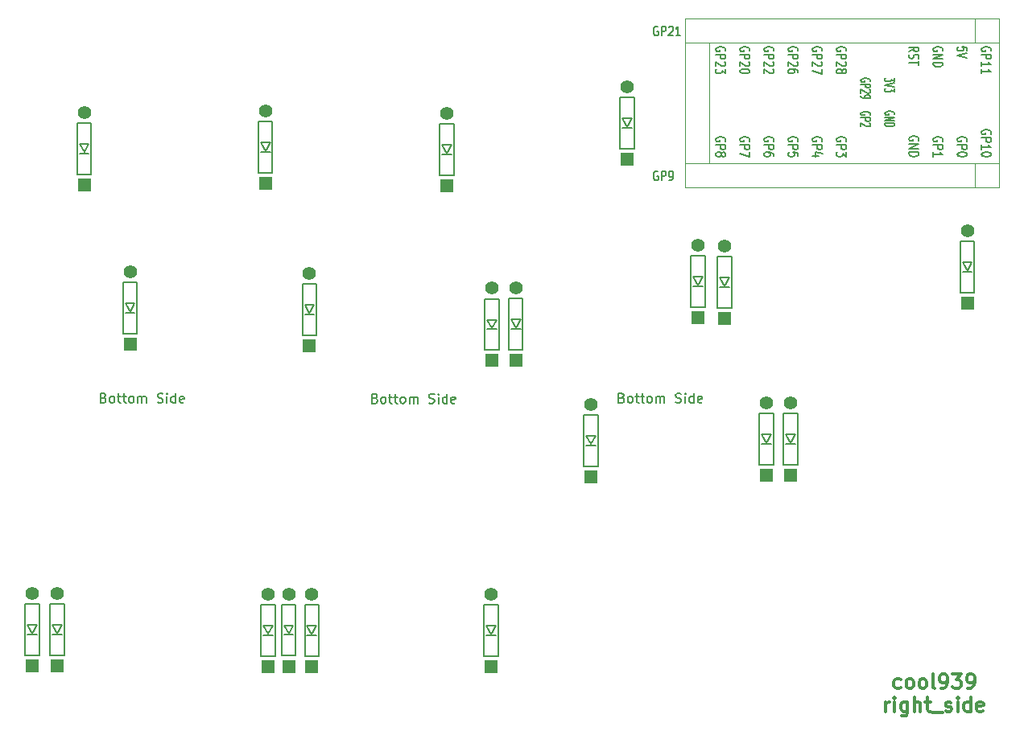
<source format=gbr>
G04 #@! TF.GenerationSoftware,KiCad,Pcbnew,7.0.8*
G04 #@! TF.CreationDate,2024-02-12T18:06:56+09:00*
G04 #@! TF.ProjectId,cool939v2,636f6f6c-3933-4397-9632-2e6b69636164,rev?*
G04 #@! TF.SameCoordinates,Original*
G04 #@! TF.FileFunction,Legend,Top*
G04 #@! TF.FilePolarity,Positive*
%FSLAX46Y46*%
G04 Gerber Fmt 4.6, Leading zero omitted, Abs format (unit mm)*
G04 Created by KiCad (PCBNEW 7.0.8) date 2024-02-12 18:06:56*
%MOMM*%
%LPD*%
G01*
G04 APERTURE LIST*
%ADD10C,0.300000*%
%ADD11C,0.150000*%
%ADD12C,0.120000*%
%ADD13R,1.397000X1.397000*%
%ADD14C,1.397000*%
G04 APERTURE END LIST*
D10*
X275064287Y-61189400D02*
X274921429Y-61260828D01*
X274921429Y-61260828D02*
X274635715Y-61260828D01*
X274635715Y-61260828D02*
X274492858Y-61189400D01*
X274492858Y-61189400D02*
X274421429Y-61117971D01*
X274421429Y-61117971D02*
X274350001Y-60975114D01*
X274350001Y-60975114D02*
X274350001Y-60546542D01*
X274350001Y-60546542D02*
X274421429Y-60403685D01*
X274421429Y-60403685D02*
X274492858Y-60332257D01*
X274492858Y-60332257D02*
X274635715Y-60260828D01*
X274635715Y-60260828D02*
X274921429Y-60260828D01*
X274921429Y-60260828D02*
X275064287Y-60332257D01*
X275921429Y-61260828D02*
X275778572Y-61189400D01*
X275778572Y-61189400D02*
X275707143Y-61117971D01*
X275707143Y-61117971D02*
X275635715Y-60975114D01*
X275635715Y-60975114D02*
X275635715Y-60546542D01*
X275635715Y-60546542D02*
X275707143Y-60403685D01*
X275707143Y-60403685D02*
X275778572Y-60332257D01*
X275778572Y-60332257D02*
X275921429Y-60260828D01*
X275921429Y-60260828D02*
X276135715Y-60260828D01*
X276135715Y-60260828D02*
X276278572Y-60332257D01*
X276278572Y-60332257D02*
X276350001Y-60403685D01*
X276350001Y-60403685D02*
X276421429Y-60546542D01*
X276421429Y-60546542D02*
X276421429Y-60975114D01*
X276421429Y-60975114D02*
X276350001Y-61117971D01*
X276350001Y-61117971D02*
X276278572Y-61189400D01*
X276278572Y-61189400D02*
X276135715Y-61260828D01*
X276135715Y-61260828D02*
X275921429Y-61260828D01*
X277278572Y-61260828D02*
X277135715Y-61189400D01*
X277135715Y-61189400D02*
X277064286Y-61117971D01*
X277064286Y-61117971D02*
X276992858Y-60975114D01*
X276992858Y-60975114D02*
X276992858Y-60546542D01*
X276992858Y-60546542D02*
X277064286Y-60403685D01*
X277064286Y-60403685D02*
X277135715Y-60332257D01*
X277135715Y-60332257D02*
X277278572Y-60260828D01*
X277278572Y-60260828D02*
X277492858Y-60260828D01*
X277492858Y-60260828D02*
X277635715Y-60332257D01*
X277635715Y-60332257D02*
X277707144Y-60403685D01*
X277707144Y-60403685D02*
X277778572Y-60546542D01*
X277778572Y-60546542D02*
X277778572Y-60975114D01*
X277778572Y-60975114D02*
X277707144Y-61117971D01*
X277707144Y-61117971D02*
X277635715Y-61189400D01*
X277635715Y-61189400D02*
X277492858Y-61260828D01*
X277492858Y-61260828D02*
X277278572Y-61260828D01*
X278635715Y-61260828D02*
X278492858Y-61189400D01*
X278492858Y-61189400D02*
X278421429Y-61046542D01*
X278421429Y-61046542D02*
X278421429Y-59760828D01*
X279278572Y-61260828D02*
X279564286Y-61260828D01*
X279564286Y-61260828D02*
X279707143Y-61189400D01*
X279707143Y-61189400D02*
X279778572Y-61117971D01*
X279778572Y-61117971D02*
X279921429Y-60903685D01*
X279921429Y-60903685D02*
X279992858Y-60617971D01*
X279992858Y-60617971D02*
X279992858Y-60046542D01*
X279992858Y-60046542D02*
X279921429Y-59903685D01*
X279921429Y-59903685D02*
X279850001Y-59832257D01*
X279850001Y-59832257D02*
X279707143Y-59760828D01*
X279707143Y-59760828D02*
X279421429Y-59760828D01*
X279421429Y-59760828D02*
X279278572Y-59832257D01*
X279278572Y-59832257D02*
X279207143Y-59903685D01*
X279207143Y-59903685D02*
X279135715Y-60046542D01*
X279135715Y-60046542D02*
X279135715Y-60403685D01*
X279135715Y-60403685D02*
X279207143Y-60546542D01*
X279207143Y-60546542D02*
X279278572Y-60617971D01*
X279278572Y-60617971D02*
X279421429Y-60689400D01*
X279421429Y-60689400D02*
X279707143Y-60689400D01*
X279707143Y-60689400D02*
X279850001Y-60617971D01*
X279850001Y-60617971D02*
X279921429Y-60546542D01*
X279921429Y-60546542D02*
X279992858Y-60403685D01*
X280492857Y-59760828D02*
X281421429Y-59760828D01*
X281421429Y-59760828D02*
X280921429Y-60332257D01*
X280921429Y-60332257D02*
X281135714Y-60332257D01*
X281135714Y-60332257D02*
X281278572Y-60403685D01*
X281278572Y-60403685D02*
X281350000Y-60475114D01*
X281350000Y-60475114D02*
X281421429Y-60617971D01*
X281421429Y-60617971D02*
X281421429Y-60975114D01*
X281421429Y-60975114D02*
X281350000Y-61117971D01*
X281350000Y-61117971D02*
X281278572Y-61189400D01*
X281278572Y-61189400D02*
X281135714Y-61260828D01*
X281135714Y-61260828D02*
X280707143Y-61260828D01*
X280707143Y-61260828D02*
X280564286Y-61189400D01*
X280564286Y-61189400D02*
X280492857Y-61117971D01*
X282135714Y-61260828D02*
X282421428Y-61260828D01*
X282421428Y-61260828D02*
X282564285Y-61189400D01*
X282564285Y-61189400D02*
X282635714Y-61117971D01*
X282635714Y-61117971D02*
X282778571Y-60903685D01*
X282778571Y-60903685D02*
X282850000Y-60617971D01*
X282850000Y-60617971D02*
X282850000Y-60046542D01*
X282850000Y-60046542D02*
X282778571Y-59903685D01*
X282778571Y-59903685D02*
X282707143Y-59832257D01*
X282707143Y-59832257D02*
X282564285Y-59760828D01*
X282564285Y-59760828D02*
X282278571Y-59760828D01*
X282278571Y-59760828D02*
X282135714Y-59832257D01*
X282135714Y-59832257D02*
X282064285Y-59903685D01*
X282064285Y-59903685D02*
X281992857Y-60046542D01*
X281992857Y-60046542D02*
X281992857Y-60403685D01*
X281992857Y-60403685D02*
X282064285Y-60546542D01*
X282064285Y-60546542D02*
X282135714Y-60617971D01*
X282135714Y-60617971D02*
X282278571Y-60689400D01*
X282278571Y-60689400D02*
X282564285Y-60689400D01*
X282564285Y-60689400D02*
X282707143Y-60617971D01*
X282707143Y-60617971D02*
X282778571Y-60546542D01*
X282778571Y-60546542D02*
X282850000Y-60403685D01*
X273492856Y-63675828D02*
X273492856Y-62675828D01*
X273492856Y-62961542D02*
X273564285Y-62818685D01*
X273564285Y-62818685D02*
X273635714Y-62747257D01*
X273635714Y-62747257D02*
X273778571Y-62675828D01*
X273778571Y-62675828D02*
X273921428Y-62675828D01*
X274421427Y-63675828D02*
X274421427Y-62675828D01*
X274421427Y-62175828D02*
X274349999Y-62247257D01*
X274349999Y-62247257D02*
X274421427Y-62318685D01*
X274421427Y-62318685D02*
X274492856Y-62247257D01*
X274492856Y-62247257D02*
X274421427Y-62175828D01*
X274421427Y-62175828D02*
X274421427Y-62318685D01*
X275778571Y-62675828D02*
X275778571Y-63890114D01*
X275778571Y-63890114D02*
X275707142Y-64032971D01*
X275707142Y-64032971D02*
X275635713Y-64104400D01*
X275635713Y-64104400D02*
X275492856Y-64175828D01*
X275492856Y-64175828D02*
X275278571Y-64175828D01*
X275278571Y-64175828D02*
X275135713Y-64104400D01*
X275778571Y-63604400D02*
X275635713Y-63675828D01*
X275635713Y-63675828D02*
X275349999Y-63675828D01*
X275349999Y-63675828D02*
X275207142Y-63604400D01*
X275207142Y-63604400D02*
X275135713Y-63532971D01*
X275135713Y-63532971D02*
X275064285Y-63390114D01*
X275064285Y-63390114D02*
X275064285Y-62961542D01*
X275064285Y-62961542D02*
X275135713Y-62818685D01*
X275135713Y-62818685D02*
X275207142Y-62747257D01*
X275207142Y-62747257D02*
X275349999Y-62675828D01*
X275349999Y-62675828D02*
X275635713Y-62675828D01*
X275635713Y-62675828D02*
X275778571Y-62747257D01*
X276492856Y-63675828D02*
X276492856Y-62175828D01*
X277135714Y-63675828D02*
X277135714Y-62890114D01*
X277135714Y-62890114D02*
X277064285Y-62747257D01*
X277064285Y-62747257D02*
X276921428Y-62675828D01*
X276921428Y-62675828D02*
X276707142Y-62675828D01*
X276707142Y-62675828D02*
X276564285Y-62747257D01*
X276564285Y-62747257D02*
X276492856Y-62818685D01*
X277635714Y-62675828D02*
X278207142Y-62675828D01*
X277849999Y-62175828D02*
X277849999Y-63461542D01*
X277849999Y-63461542D02*
X277921428Y-63604400D01*
X277921428Y-63604400D02*
X278064285Y-63675828D01*
X278064285Y-63675828D02*
X278207142Y-63675828D01*
X278350000Y-63818685D02*
X279492857Y-63818685D01*
X279778571Y-63604400D02*
X279921428Y-63675828D01*
X279921428Y-63675828D02*
X280207142Y-63675828D01*
X280207142Y-63675828D02*
X280349999Y-63604400D01*
X280349999Y-63604400D02*
X280421428Y-63461542D01*
X280421428Y-63461542D02*
X280421428Y-63390114D01*
X280421428Y-63390114D02*
X280349999Y-63247257D01*
X280349999Y-63247257D02*
X280207142Y-63175828D01*
X280207142Y-63175828D02*
X279992857Y-63175828D01*
X279992857Y-63175828D02*
X279849999Y-63104400D01*
X279849999Y-63104400D02*
X279778571Y-62961542D01*
X279778571Y-62961542D02*
X279778571Y-62890114D01*
X279778571Y-62890114D02*
X279849999Y-62747257D01*
X279849999Y-62747257D02*
X279992857Y-62675828D01*
X279992857Y-62675828D02*
X280207142Y-62675828D01*
X280207142Y-62675828D02*
X280349999Y-62747257D01*
X281064285Y-63675828D02*
X281064285Y-62675828D01*
X281064285Y-62175828D02*
X280992857Y-62247257D01*
X280992857Y-62247257D02*
X281064285Y-62318685D01*
X281064285Y-62318685D02*
X281135714Y-62247257D01*
X281135714Y-62247257D02*
X281064285Y-62175828D01*
X281064285Y-62175828D02*
X281064285Y-62318685D01*
X282421429Y-63675828D02*
X282421429Y-62175828D01*
X282421429Y-63604400D02*
X282278571Y-63675828D01*
X282278571Y-63675828D02*
X281992857Y-63675828D01*
X281992857Y-63675828D02*
X281850000Y-63604400D01*
X281850000Y-63604400D02*
X281778571Y-63532971D01*
X281778571Y-63532971D02*
X281707143Y-63390114D01*
X281707143Y-63390114D02*
X281707143Y-62961542D01*
X281707143Y-62961542D02*
X281778571Y-62818685D01*
X281778571Y-62818685D02*
X281850000Y-62747257D01*
X281850000Y-62747257D02*
X281992857Y-62675828D01*
X281992857Y-62675828D02*
X282278571Y-62675828D01*
X282278571Y-62675828D02*
X282421429Y-62747257D01*
X283707143Y-63604400D02*
X283564286Y-63675828D01*
X283564286Y-63675828D02*
X283278572Y-63675828D01*
X283278572Y-63675828D02*
X283135714Y-63604400D01*
X283135714Y-63604400D02*
X283064286Y-63461542D01*
X283064286Y-63461542D02*
X283064286Y-62890114D01*
X283064286Y-62890114D02*
X283135714Y-62747257D01*
X283135714Y-62747257D02*
X283278572Y-62675828D01*
X283278572Y-62675828D02*
X283564286Y-62675828D01*
X283564286Y-62675828D02*
X283707143Y-62747257D01*
X283707143Y-62747257D02*
X283778572Y-62890114D01*
X283778572Y-62890114D02*
X283778572Y-63032971D01*
X283778572Y-63032971D02*
X283064286Y-63175828D01*
D11*
X245722380Y-30661009D02*
X245865237Y-30708628D01*
X245865237Y-30708628D02*
X245912856Y-30756247D01*
X245912856Y-30756247D02*
X245960475Y-30851485D01*
X245960475Y-30851485D02*
X245960475Y-30994342D01*
X245960475Y-30994342D02*
X245912856Y-31089580D01*
X245912856Y-31089580D02*
X245865237Y-31137200D01*
X245865237Y-31137200D02*
X245769999Y-31184819D01*
X245769999Y-31184819D02*
X245389047Y-31184819D01*
X245389047Y-31184819D02*
X245389047Y-30184819D01*
X245389047Y-30184819D02*
X245722380Y-30184819D01*
X245722380Y-30184819D02*
X245817618Y-30232438D01*
X245817618Y-30232438D02*
X245865237Y-30280057D01*
X245865237Y-30280057D02*
X245912856Y-30375295D01*
X245912856Y-30375295D02*
X245912856Y-30470533D01*
X245912856Y-30470533D02*
X245865237Y-30565771D01*
X245865237Y-30565771D02*
X245817618Y-30613390D01*
X245817618Y-30613390D02*
X245722380Y-30661009D01*
X245722380Y-30661009D02*
X245389047Y-30661009D01*
X246531904Y-31184819D02*
X246436666Y-31137200D01*
X246436666Y-31137200D02*
X246389047Y-31089580D01*
X246389047Y-31089580D02*
X246341428Y-30994342D01*
X246341428Y-30994342D02*
X246341428Y-30708628D01*
X246341428Y-30708628D02*
X246389047Y-30613390D01*
X246389047Y-30613390D02*
X246436666Y-30565771D01*
X246436666Y-30565771D02*
X246531904Y-30518152D01*
X246531904Y-30518152D02*
X246674761Y-30518152D01*
X246674761Y-30518152D02*
X246769999Y-30565771D01*
X246769999Y-30565771D02*
X246817618Y-30613390D01*
X246817618Y-30613390D02*
X246865237Y-30708628D01*
X246865237Y-30708628D02*
X246865237Y-30994342D01*
X246865237Y-30994342D02*
X246817618Y-31089580D01*
X246817618Y-31089580D02*
X246769999Y-31137200D01*
X246769999Y-31137200D02*
X246674761Y-31184819D01*
X246674761Y-31184819D02*
X246531904Y-31184819D01*
X247150952Y-30518152D02*
X247531904Y-30518152D01*
X247293809Y-30184819D02*
X247293809Y-31041961D01*
X247293809Y-31041961D02*
X247341428Y-31137200D01*
X247341428Y-31137200D02*
X247436666Y-31184819D01*
X247436666Y-31184819D02*
X247531904Y-31184819D01*
X247722381Y-30518152D02*
X248103333Y-30518152D01*
X247865238Y-30184819D02*
X247865238Y-31041961D01*
X247865238Y-31041961D02*
X247912857Y-31137200D01*
X247912857Y-31137200D02*
X248008095Y-31184819D01*
X248008095Y-31184819D02*
X248103333Y-31184819D01*
X248579524Y-31184819D02*
X248484286Y-31137200D01*
X248484286Y-31137200D02*
X248436667Y-31089580D01*
X248436667Y-31089580D02*
X248389048Y-30994342D01*
X248389048Y-30994342D02*
X248389048Y-30708628D01*
X248389048Y-30708628D02*
X248436667Y-30613390D01*
X248436667Y-30613390D02*
X248484286Y-30565771D01*
X248484286Y-30565771D02*
X248579524Y-30518152D01*
X248579524Y-30518152D02*
X248722381Y-30518152D01*
X248722381Y-30518152D02*
X248817619Y-30565771D01*
X248817619Y-30565771D02*
X248865238Y-30613390D01*
X248865238Y-30613390D02*
X248912857Y-30708628D01*
X248912857Y-30708628D02*
X248912857Y-30994342D01*
X248912857Y-30994342D02*
X248865238Y-31089580D01*
X248865238Y-31089580D02*
X248817619Y-31137200D01*
X248817619Y-31137200D02*
X248722381Y-31184819D01*
X248722381Y-31184819D02*
X248579524Y-31184819D01*
X249341429Y-31184819D02*
X249341429Y-30518152D01*
X249341429Y-30613390D02*
X249389048Y-30565771D01*
X249389048Y-30565771D02*
X249484286Y-30518152D01*
X249484286Y-30518152D02*
X249627143Y-30518152D01*
X249627143Y-30518152D02*
X249722381Y-30565771D01*
X249722381Y-30565771D02*
X249770000Y-30661009D01*
X249770000Y-30661009D02*
X249770000Y-31184819D01*
X249770000Y-30661009D02*
X249817619Y-30565771D01*
X249817619Y-30565771D02*
X249912857Y-30518152D01*
X249912857Y-30518152D02*
X250055714Y-30518152D01*
X250055714Y-30518152D02*
X250150953Y-30565771D01*
X250150953Y-30565771D02*
X250198572Y-30661009D01*
X250198572Y-30661009D02*
X250198572Y-31184819D01*
X251389048Y-31137200D02*
X251531905Y-31184819D01*
X251531905Y-31184819D02*
X251770000Y-31184819D01*
X251770000Y-31184819D02*
X251865238Y-31137200D01*
X251865238Y-31137200D02*
X251912857Y-31089580D01*
X251912857Y-31089580D02*
X251960476Y-30994342D01*
X251960476Y-30994342D02*
X251960476Y-30899104D01*
X251960476Y-30899104D02*
X251912857Y-30803866D01*
X251912857Y-30803866D02*
X251865238Y-30756247D01*
X251865238Y-30756247D02*
X251770000Y-30708628D01*
X251770000Y-30708628D02*
X251579524Y-30661009D01*
X251579524Y-30661009D02*
X251484286Y-30613390D01*
X251484286Y-30613390D02*
X251436667Y-30565771D01*
X251436667Y-30565771D02*
X251389048Y-30470533D01*
X251389048Y-30470533D02*
X251389048Y-30375295D01*
X251389048Y-30375295D02*
X251436667Y-30280057D01*
X251436667Y-30280057D02*
X251484286Y-30232438D01*
X251484286Y-30232438D02*
X251579524Y-30184819D01*
X251579524Y-30184819D02*
X251817619Y-30184819D01*
X251817619Y-30184819D02*
X251960476Y-30232438D01*
X252389048Y-31184819D02*
X252389048Y-30518152D01*
X252389048Y-30184819D02*
X252341429Y-30232438D01*
X252341429Y-30232438D02*
X252389048Y-30280057D01*
X252389048Y-30280057D02*
X252436667Y-30232438D01*
X252436667Y-30232438D02*
X252389048Y-30184819D01*
X252389048Y-30184819D02*
X252389048Y-30280057D01*
X253293809Y-31184819D02*
X253293809Y-30184819D01*
X253293809Y-31137200D02*
X253198571Y-31184819D01*
X253198571Y-31184819D02*
X253008095Y-31184819D01*
X253008095Y-31184819D02*
X252912857Y-31137200D01*
X252912857Y-31137200D02*
X252865238Y-31089580D01*
X252865238Y-31089580D02*
X252817619Y-30994342D01*
X252817619Y-30994342D02*
X252817619Y-30708628D01*
X252817619Y-30708628D02*
X252865238Y-30613390D01*
X252865238Y-30613390D02*
X252912857Y-30565771D01*
X252912857Y-30565771D02*
X253008095Y-30518152D01*
X253008095Y-30518152D02*
X253198571Y-30518152D01*
X253198571Y-30518152D02*
X253293809Y-30565771D01*
X254150952Y-31137200D02*
X254055714Y-31184819D01*
X254055714Y-31184819D02*
X253865238Y-31184819D01*
X253865238Y-31184819D02*
X253770000Y-31137200D01*
X253770000Y-31137200D02*
X253722381Y-31041961D01*
X253722381Y-31041961D02*
X253722381Y-30661009D01*
X253722381Y-30661009D02*
X253770000Y-30565771D01*
X253770000Y-30565771D02*
X253865238Y-30518152D01*
X253865238Y-30518152D02*
X254055714Y-30518152D01*
X254055714Y-30518152D02*
X254150952Y-30565771D01*
X254150952Y-30565771D02*
X254198571Y-30661009D01*
X254198571Y-30661009D02*
X254198571Y-30756247D01*
X254198571Y-30756247D02*
X253722381Y-30851485D01*
X219772380Y-30721009D02*
X219915237Y-30768628D01*
X219915237Y-30768628D02*
X219962856Y-30816247D01*
X219962856Y-30816247D02*
X220010475Y-30911485D01*
X220010475Y-30911485D02*
X220010475Y-31054342D01*
X220010475Y-31054342D02*
X219962856Y-31149580D01*
X219962856Y-31149580D02*
X219915237Y-31197200D01*
X219915237Y-31197200D02*
X219819999Y-31244819D01*
X219819999Y-31244819D02*
X219439047Y-31244819D01*
X219439047Y-31244819D02*
X219439047Y-30244819D01*
X219439047Y-30244819D02*
X219772380Y-30244819D01*
X219772380Y-30244819D02*
X219867618Y-30292438D01*
X219867618Y-30292438D02*
X219915237Y-30340057D01*
X219915237Y-30340057D02*
X219962856Y-30435295D01*
X219962856Y-30435295D02*
X219962856Y-30530533D01*
X219962856Y-30530533D02*
X219915237Y-30625771D01*
X219915237Y-30625771D02*
X219867618Y-30673390D01*
X219867618Y-30673390D02*
X219772380Y-30721009D01*
X219772380Y-30721009D02*
X219439047Y-30721009D01*
X220581904Y-31244819D02*
X220486666Y-31197200D01*
X220486666Y-31197200D02*
X220439047Y-31149580D01*
X220439047Y-31149580D02*
X220391428Y-31054342D01*
X220391428Y-31054342D02*
X220391428Y-30768628D01*
X220391428Y-30768628D02*
X220439047Y-30673390D01*
X220439047Y-30673390D02*
X220486666Y-30625771D01*
X220486666Y-30625771D02*
X220581904Y-30578152D01*
X220581904Y-30578152D02*
X220724761Y-30578152D01*
X220724761Y-30578152D02*
X220819999Y-30625771D01*
X220819999Y-30625771D02*
X220867618Y-30673390D01*
X220867618Y-30673390D02*
X220915237Y-30768628D01*
X220915237Y-30768628D02*
X220915237Y-31054342D01*
X220915237Y-31054342D02*
X220867618Y-31149580D01*
X220867618Y-31149580D02*
X220819999Y-31197200D01*
X220819999Y-31197200D02*
X220724761Y-31244819D01*
X220724761Y-31244819D02*
X220581904Y-31244819D01*
X221200952Y-30578152D02*
X221581904Y-30578152D01*
X221343809Y-30244819D02*
X221343809Y-31101961D01*
X221343809Y-31101961D02*
X221391428Y-31197200D01*
X221391428Y-31197200D02*
X221486666Y-31244819D01*
X221486666Y-31244819D02*
X221581904Y-31244819D01*
X221772381Y-30578152D02*
X222153333Y-30578152D01*
X221915238Y-30244819D02*
X221915238Y-31101961D01*
X221915238Y-31101961D02*
X221962857Y-31197200D01*
X221962857Y-31197200D02*
X222058095Y-31244819D01*
X222058095Y-31244819D02*
X222153333Y-31244819D01*
X222629524Y-31244819D02*
X222534286Y-31197200D01*
X222534286Y-31197200D02*
X222486667Y-31149580D01*
X222486667Y-31149580D02*
X222439048Y-31054342D01*
X222439048Y-31054342D02*
X222439048Y-30768628D01*
X222439048Y-30768628D02*
X222486667Y-30673390D01*
X222486667Y-30673390D02*
X222534286Y-30625771D01*
X222534286Y-30625771D02*
X222629524Y-30578152D01*
X222629524Y-30578152D02*
X222772381Y-30578152D01*
X222772381Y-30578152D02*
X222867619Y-30625771D01*
X222867619Y-30625771D02*
X222915238Y-30673390D01*
X222915238Y-30673390D02*
X222962857Y-30768628D01*
X222962857Y-30768628D02*
X222962857Y-31054342D01*
X222962857Y-31054342D02*
X222915238Y-31149580D01*
X222915238Y-31149580D02*
X222867619Y-31197200D01*
X222867619Y-31197200D02*
X222772381Y-31244819D01*
X222772381Y-31244819D02*
X222629524Y-31244819D01*
X223391429Y-31244819D02*
X223391429Y-30578152D01*
X223391429Y-30673390D02*
X223439048Y-30625771D01*
X223439048Y-30625771D02*
X223534286Y-30578152D01*
X223534286Y-30578152D02*
X223677143Y-30578152D01*
X223677143Y-30578152D02*
X223772381Y-30625771D01*
X223772381Y-30625771D02*
X223820000Y-30721009D01*
X223820000Y-30721009D02*
X223820000Y-31244819D01*
X223820000Y-30721009D02*
X223867619Y-30625771D01*
X223867619Y-30625771D02*
X223962857Y-30578152D01*
X223962857Y-30578152D02*
X224105714Y-30578152D01*
X224105714Y-30578152D02*
X224200953Y-30625771D01*
X224200953Y-30625771D02*
X224248572Y-30721009D01*
X224248572Y-30721009D02*
X224248572Y-31244819D01*
X225439048Y-31197200D02*
X225581905Y-31244819D01*
X225581905Y-31244819D02*
X225820000Y-31244819D01*
X225820000Y-31244819D02*
X225915238Y-31197200D01*
X225915238Y-31197200D02*
X225962857Y-31149580D01*
X225962857Y-31149580D02*
X226010476Y-31054342D01*
X226010476Y-31054342D02*
X226010476Y-30959104D01*
X226010476Y-30959104D02*
X225962857Y-30863866D01*
X225962857Y-30863866D02*
X225915238Y-30816247D01*
X225915238Y-30816247D02*
X225820000Y-30768628D01*
X225820000Y-30768628D02*
X225629524Y-30721009D01*
X225629524Y-30721009D02*
X225534286Y-30673390D01*
X225534286Y-30673390D02*
X225486667Y-30625771D01*
X225486667Y-30625771D02*
X225439048Y-30530533D01*
X225439048Y-30530533D02*
X225439048Y-30435295D01*
X225439048Y-30435295D02*
X225486667Y-30340057D01*
X225486667Y-30340057D02*
X225534286Y-30292438D01*
X225534286Y-30292438D02*
X225629524Y-30244819D01*
X225629524Y-30244819D02*
X225867619Y-30244819D01*
X225867619Y-30244819D02*
X226010476Y-30292438D01*
X226439048Y-31244819D02*
X226439048Y-30578152D01*
X226439048Y-30244819D02*
X226391429Y-30292438D01*
X226391429Y-30292438D02*
X226439048Y-30340057D01*
X226439048Y-30340057D02*
X226486667Y-30292438D01*
X226486667Y-30292438D02*
X226439048Y-30244819D01*
X226439048Y-30244819D02*
X226439048Y-30340057D01*
X227343809Y-31244819D02*
X227343809Y-30244819D01*
X227343809Y-31197200D02*
X227248571Y-31244819D01*
X227248571Y-31244819D02*
X227058095Y-31244819D01*
X227058095Y-31244819D02*
X226962857Y-31197200D01*
X226962857Y-31197200D02*
X226915238Y-31149580D01*
X226915238Y-31149580D02*
X226867619Y-31054342D01*
X226867619Y-31054342D02*
X226867619Y-30768628D01*
X226867619Y-30768628D02*
X226915238Y-30673390D01*
X226915238Y-30673390D02*
X226962857Y-30625771D01*
X226962857Y-30625771D02*
X227058095Y-30578152D01*
X227058095Y-30578152D02*
X227248571Y-30578152D01*
X227248571Y-30578152D02*
X227343809Y-30625771D01*
X228200952Y-31197200D02*
X228105714Y-31244819D01*
X228105714Y-31244819D02*
X227915238Y-31244819D01*
X227915238Y-31244819D02*
X227820000Y-31197200D01*
X227820000Y-31197200D02*
X227772381Y-31101961D01*
X227772381Y-31101961D02*
X227772381Y-30721009D01*
X227772381Y-30721009D02*
X227820000Y-30625771D01*
X227820000Y-30625771D02*
X227915238Y-30578152D01*
X227915238Y-30578152D02*
X228105714Y-30578152D01*
X228105714Y-30578152D02*
X228200952Y-30625771D01*
X228200952Y-30625771D02*
X228248571Y-30721009D01*
X228248571Y-30721009D02*
X228248571Y-30816247D01*
X228248571Y-30816247D02*
X227772381Y-30911485D01*
X191222380Y-30661009D02*
X191365237Y-30708628D01*
X191365237Y-30708628D02*
X191412856Y-30756247D01*
X191412856Y-30756247D02*
X191460475Y-30851485D01*
X191460475Y-30851485D02*
X191460475Y-30994342D01*
X191460475Y-30994342D02*
X191412856Y-31089580D01*
X191412856Y-31089580D02*
X191365237Y-31137200D01*
X191365237Y-31137200D02*
X191269999Y-31184819D01*
X191269999Y-31184819D02*
X190889047Y-31184819D01*
X190889047Y-31184819D02*
X190889047Y-30184819D01*
X190889047Y-30184819D02*
X191222380Y-30184819D01*
X191222380Y-30184819D02*
X191317618Y-30232438D01*
X191317618Y-30232438D02*
X191365237Y-30280057D01*
X191365237Y-30280057D02*
X191412856Y-30375295D01*
X191412856Y-30375295D02*
X191412856Y-30470533D01*
X191412856Y-30470533D02*
X191365237Y-30565771D01*
X191365237Y-30565771D02*
X191317618Y-30613390D01*
X191317618Y-30613390D02*
X191222380Y-30661009D01*
X191222380Y-30661009D02*
X190889047Y-30661009D01*
X192031904Y-31184819D02*
X191936666Y-31137200D01*
X191936666Y-31137200D02*
X191889047Y-31089580D01*
X191889047Y-31089580D02*
X191841428Y-30994342D01*
X191841428Y-30994342D02*
X191841428Y-30708628D01*
X191841428Y-30708628D02*
X191889047Y-30613390D01*
X191889047Y-30613390D02*
X191936666Y-30565771D01*
X191936666Y-30565771D02*
X192031904Y-30518152D01*
X192031904Y-30518152D02*
X192174761Y-30518152D01*
X192174761Y-30518152D02*
X192269999Y-30565771D01*
X192269999Y-30565771D02*
X192317618Y-30613390D01*
X192317618Y-30613390D02*
X192365237Y-30708628D01*
X192365237Y-30708628D02*
X192365237Y-30994342D01*
X192365237Y-30994342D02*
X192317618Y-31089580D01*
X192317618Y-31089580D02*
X192269999Y-31137200D01*
X192269999Y-31137200D02*
X192174761Y-31184819D01*
X192174761Y-31184819D02*
X192031904Y-31184819D01*
X192650952Y-30518152D02*
X193031904Y-30518152D01*
X192793809Y-30184819D02*
X192793809Y-31041961D01*
X192793809Y-31041961D02*
X192841428Y-31137200D01*
X192841428Y-31137200D02*
X192936666Y-31184819D01*
X192936666Y-31184819D02*
X193031904Y-31184819D01*
X193222381Y-30518152D02*
X193603333Y-30518152D01*
X193365238Y-30184819D02*
X193365238Y-31041961D01*
X193365238Y-31041961D02*
X193412857Y-31137200D01*
X193412857Y-31137200D02*
X193508095Y-31184819D01*
X193508095Y-31184819D02*
X193603333Y-31184819D01*
X194079524Y-31184819D02*
X193984286Y-31137200D01*
X193984286Y-31137200D02*
X193936667Y-31089580D01*
X193936667Y-31089580D02*
X193889048Y-30994342D01*
X193889048Y-30994342D02*
X193889048Y-30708628D01*
X193889048Y-30708628D02*
X193936667Y-30613390D01*
X193936667Y-30613390D02*
X193984286Y-30565771D01*
X193984286Y-30565771D02*
X194079524Y-30518152D01*
X194079524Y-30518152D02*
X194222381Y-30518152D01*
X194222381Y-30518152D02*
X194317619Y-30565771D01*
X194317619Y-30565771D02*
X194365238Y-30613390D01*
X194365238Y-30613390D02*
X194412857Y-30708628D01*
X194412857Y-30708628D02*
X194412857Y-30994342D01*
X194412857Y-30994342D02*
X194365238Y-31089580D01*
X194365238Y-31089580D02*
X194317619Y-31137200D01*
X194317619Y-31137200D02*
X194222381Y-31184819D01*
X194222381Y-31184819D02*
X194079524Y-31184819D01*
X194841429Y-31184819D02*
X194841429Y-30518152D01*
X194841429Y-30613390D02*
X194889048Y-30565771D01*
X194889048Y-30565771D02*
X194984286Y-30518152D01*
X194984286Y-30518152D02*
X195127143Y-30518152D01*
X195127143Y-30518152D02*
X195222381Y-30565771D01*
X195222381Y-30565771D02*
X195270000Y-30661009D01*
X195270000Y-30661009D02*
X195270000Y-31184819D01*
X195270000Y-30661009D02*
X195317619Y-30565771D01*
X195317619Y-30565771D02*
X195412857Y-30518152D01*
X195412857Y-30518152D02*
X195555714Y-30518152D01*
X195555714Y-30518152D02*
X195650953Y-30565771D01*
X195650953Y-30565771D02*
X195698572Y-30661009D01*
X195698572Y-30661009D02*
X195698572Y-31184819D01*
X196889048Y-31137200D02*
X197031905Y-31184819D01*
X197031905Y-31184819D02*
X197270000Y-31184819D01*
X197270000Y-31184819D02*
X197365238Y-31137200D01*
X197365238Y-31137200D02*
X197412857Y-31089580D01*
X197412857Y-31089580D02*
X197460476Y-30994342D01*
X197460476Y-30994342D02*
X197460476Y-30899104D01*
X197460476Y-30899104D02*
X197412857Y-30803866D01*
X197412857Y-30803866D02*
X197365238Y-30756247D01*
X197365238Y-30756247D02*
X197270000Y-30708628D01*
X197270000Y-30708628D02*
X197079524Y-30661009D01*
X197079524Y-30661009D02*
X196984286Y-30613390D01*
X196984286Y-30613390D02*
X196936667Y-30565771D01*
X196936667Y-30565771D02*
X196889048Y-30470533D01*
X196889048Y-30470533D02*
X196889048Y-30375295D01*
X196889048Y-30375295D02*
X196936667Y-30280057D01*
X196936667Y-30280057D02*
X196984286Y-30232438D01*
X196984286Y-30232438D02*
X197079524Y-30184819D01*
X197079524Y-30184819D02*
X197317619Y-30184819D01*
X197317619Y-30184819D02*
X197460476Y-30232438D01*
X197889048Y-31184819D02*
X197889048Y-30518152D01*
X197889048Y-30184819D02*
X197841429Y-30232438D01*
X197841429Y-30232438D02*
X197889048Y-30280057D01*
X197889048Y-30280057D02*
X197936667Y-30232438D01*
X197936667Y-30232438D02*
X197889048Y-30184819D01*
X197889048Y-30184819D02*
X197889048Y-30280057D01*
X198793809Y-31184819D02*
X198793809Y-30184819D01*
X198793809Y-31137200D02*
X198698571Y-31184819D01*
X198698571Y-31184819D02*
X198508095Y-31184819D01*
X198508095Y-31184819D02*
X198412857Y-31137200D01*
X198412857Y-31137200D02*
X198365238Y-31089580D01*
X198365238Y-31089580D02*
X198317619Y-30994342D01*
X198317619Y-30994342D02*
X198317619Y-30708628D01*
X198317619Y-30708628D02*
X198365238Y-30613390D01*
X198365238Y-30613390D02*
X198412857Y-30565771D01*
X198412857Y-30565771D02*
X198508095Y-30518152D01*
X198508095Y-30518152D02*
X198698571Y-30518152D01*
X198698571Y-30518152D02*
X198793809Y-30565771D01*
X199650952Y-31137200D02*
X199555714Y-31184819D01*
X199555714Y-31184819D02*
X199365238Y-31184819D01*
X199365238Y-31184819D02*
X199270000Y-31137200D01*
X199270000Y-31137200D02*
X199222381Y-31041961D01*
X199222381Y-31041961D02*
X199222381Y-30661009D01*
X199222381Y-30661009D02*
X199270000Y-30565771D01*
X199270000Y-30565771D02*
X199365238Y-30518152D01*
X199365238Y-30518152D02*
X199555714Y-30518152D01*
X199555714Y-30518152D02*
X199650952Y-30565771D01*
X199650952Y-30565771D02*
X199698571Y-30661009D01*
X199698571Y-30661009D02*
X199698571Y-30756247D01*
X199698571Y-30756247D02*
X199222381Y-30851485D01*
X284515061Y5841792D02*
X284562680Y5917982D01*
X284562680Y5917982D02*
X284562680Y6032268D01*
X284562680Y6032268D02*
X284515061Y6146554D01*
X284515061Y6146554D02*
X284419823Y6222744D01*
X284419823Y6222744D02*
X284324585Y6260839D01*
X284324585Y6260839D02*
X284134109Y6298935D01*
X284134109Y6298935D02*
X283991252Y6298935D01*
X283991252Y6298935D02*
X283800776Y6260839D01*
X283800776Y6260839D02*
X283705538Y6222744D01*
X283705538Y6222744D02*
X283610300Y6146554D01*
X283610300Y6146554D02*
X283562680Y6032268D01*
X283562680Y6032268D02*
X283562680Y5956077D01*
X283562680Y5956077D02*
X283610300Y5841792D01*
X283610300Y5841792D02*
X283657919Y5803696D01*
X283657919Y5803696D02*
X283991252Y5803696D01*
X283991252Y5803696D02*
X283991252Y5956077D01*
X283562680Y5460839D02*
X284562680Y5460839D01*
X284562680Y5460839D02*
X284562680Y5156077D01*
X284562680Y5156077D02*
X284515061Y5079887D01*
X284515061Y5079887D02*
X284467442Y5041792D01*
X284467442Y5041792D02*
X284372204Y5003696D01*
X284372204Y5003696D02*
X284229347Y5003696D01*
X284229347Y5003696D02*
X284134109Y5041792D01*
X284134109Y5041792D02*
X284086490Y5079887D01*
X284086490Y5079887D02*
X284038871Y5156077D01*
X284038871Y5156077D02*
X284038871Y5460839D01*
X283562680Y4241792D02*
X283562680Y4698935D01*
X283562680Y4470363D02*
X284562680Y4470363D01*
X284562680Y4470363D02*
X284419823Y4546554D01*
X284419823Y4546554D02*
X284324585Y4622744D01*
X284324585Y4622744D02*
X284276966Y4698935D01*
X283562680Y3479887D02*
X283562680Y3937030D01*
X283562680Y3708458D02*
X284562680Y3708458D01*
X284562680Y3708458D02*
X284419823Y3784649D01*
X284419823Y3784649D02*
X284324585Y3860839D01*
X284324585Y3860839D02*
X284276966Y3937030D01*
X271815061Y-897029D02*
X271862680Y-839887D01*
X271862680Y-839887D02*
X271862680Y-754172D01*
X271862680Y-754172D02*
X271815061Y-668458D01*
X271815061Y-668458D02*
X271719823Y-611315D01*
X271719823Y-611315D02*
X271624585Y-582744D01*
X271624585Y-582744D02*
X271434109Y-554172D01*
X271434109Y-554172D02*
X271291252Y-554172D01*
X271291252Y-554172D02*
X271100776Y-582744D01*
X271100776Y-582744D02*
X271005538Y-611315D01*
X271005538Y-611315D02*
X270910300Y-668458D01*
X270910300Y-668458D02*
X270862680Y-754172D01*
X270862680Y-754172D02*
X270862680Y-811315D01*
X270862680Y-811315D02*
X270910300Y-897029D01*
X270910300Y-897029D02*
X270957919Y-925601D01*
X270957919Y-925601D02*
X271291252Y-925601D01*
X271291252Y-925601D02*
X271291252Y-811315D01*
X270862680Y-1182744D02*
X271862680Y-1182744D01*
X271862680Y-1182744D02*
X271862680Y-1411315D01*
X271862680Y-1411315D02*
X271815061Y-1468458D01*
X271815061Y-1468458D02*
X271767442Y-1497029D01*
X271767442Y-1497029D02*
X271672204Y-1525601D01*
X271672204Y-1525601D02*
X271529347Y-1525601D01*
X271529347Y-1525601D02*
X271434109Y-1497029D01*
X271434109Y-1497029D02*
X271386490Y-1468458D01*
X271386490Y-1468458D02*
X271338871Y-1411315D01*
X271338871Y-1411315D02*
X271338871Y-1182744D01*
X271767442Y-1754172D02*
X271815061Y-1782744D01*
X271815061Y-1782744D02*
X271862680Y-1839887D01*
X271862680Y-1839887D02*
X271862680Y-1982744D01*
X271862680Y-1982744D02*
X271815061Y-2039887D01*
X271815061Y-2039887D02*
X271767442Y-2068458D01*
X271767442Y-2068458D02*
X271672204Y-2097029D01*
X271672204Y-2097029D02*
X271576966Y-2097029D01*
X271576966Y-2097029D02*
X271434109Y-2068458D01*
X271434109Y-2068458D02*
X270862680Y-1725601D01*
X270862680Y-1725601D02*
X270862680Y-2097029D01*
X269275061Y-3658934D02*
X269322680Y-3582744D01*
X269322680Y-3582744D02*
X269322680Y-3468458D01*
X269322680Y-3468458D02*
X269275061Y-3354172D01*
X269275061Y-3354172D02*
X269179823Y-3277982D01*
X269179823Y-3277982D02*
X269084585Y-3239887D01*
X269084585Y-3239887D02*
X268894109Y-3201791D01*
X268894109Y-3201791D02*
X268751252Y-3201791D01*
X268751252Y-3201791D02*
X268560776Y-3239887D01*
X268560776Y-3239887D02*
X268465538Y-3277982D01*
X268465538Y-3277982D02*
X268370300Y-3354172D01*
X268370300Y-3354172D02*
X268322680Y-3468458D01*
X268322680Y-3468458D02*
X268322680Y-3544649D01*
X268322680Y-3544649D02*
X268370300Y-3658934D01*
X268370300Y-3658934D02*
X268417919Y-3697030D01*
X268417919Y-3697030D02*
X268751252Y-3697030D01*
X268751252Y-3697030D02*
X268751252Y-3544649D01*
X268322680Y-4039887D02*
X269322680Y-4039887D01*
X269322680Y-4039887D02*
X269322680Y-4344649D01*
X269322680Y-4344649D02*
X269275061Y-4420839D01*
X269275061Y-4420839D02*
X269227442Y-4458934D01*
X269227442Y-4458934D02*
X269132204Y-4497030D01*
X269132204Y-4497030D02*
X268989347Y-4497030D01*
X268989347Y-4497030D02*
X268894109Y-4458934D01*
X268894109Y-4458934D02*
X268846490Y-4420839D01*
X268846490Y-4420839D02*
X268798871Y-4344649D01*
X268798871Y-4344649D02*
X268798871Y-4039887D01*
X269322680Y-4763696D02*
X269322680Y-5258934D01*
X269322680Y-5258934D02*
X268941728Y-4992268D01*
X268941728Y-4992268D02*
X268941728Y-5106553D01*
X268941728Y-5106553D02*
X268894109Y-5182744D01*
X268894109Y-5182744D02*
X268846490Y-5220839D01*
X268846490Y-5220839D02*
X268751252Y-5258934D01*
X268751252Y-5258934D02*
X268513157Y-5258934D01*
X268513157Y-5258934D02*
X268417919Y-5220839D01*
X268417919Y-5220839D02*
X268370300Y-5182744D01*
X268370300Y-5182744D02*
X268322680Y-5106553D01*
X268322680Y-5106553D02*
X268322680Y-4877982D01*
X268322680Y-4877982D02*
X268370300Y-4801791D01*
X268370300Y-4801791D02*
X268417919Y-4763696D01*
X261655061Y5841792D02*
X261702680Y5917982D01*
X261702680Y5917982D02*
X261702680Y6032268D01*
X261702680Y6032268D02*
X261655061Y6146554D01*
X261655061Y6146554D02*
X261559823Y6222744D01*
X261559823Y6222744D02*
X261464585Y6260839D01*
X261464585Y6260839D02*
X261274109Y6298935D01*
X261274109Y6298935D02*
X261131252Y6298935D01*
X261131252Y6298935D02*
X260940776Y6260839D01*
X260940776Y6260839D02*
X260845538Y6222744D01*
X260845538Y6222744D02*
X260750300Y6146554D01*
X260750300Y6146554D02*
X260702680Y6032268D01*
X260702680Y6032268D02*
X260702680Y5956077D01*
X260702680Y5956077D02*
X260750300Y5841792D01*
X260750300Y5841792D02*
X260797919Y5803696D01*
X260797919Y5803696D02*
X261131252Y5803696D01*
X261131252Y5803696D02*
X261131252Y5956077D01*
X260702680Y5460839D02*
X261702680Y5460839D01*
X261702680Y5460839D02*
X261702680Y5156077D01*
X261702680Y5156077D02*
X261655061Y5079887D01*
X261655061Y5079887D02*
X261607442Y5041792D01*
X261607442Y5041792D02*
X261512204Y5003696D01*
X261512204Y5003696D02*
X261369347Y5003696D01*
X261369347Y5003696D02*
X261274109Y5041792D01*
X261274109Y5041792D02*
X261226490Y5079887D01*
X261226490Y5079887D02*
X261178871Y5156077D01*
X261178871Y5156077D02*
X261178871Y5460839D01*
X261607442Y4698935D02*
X261655061Y4660839D01*
X261655061Y4660839D02*
X261702680Y4584649D01*
X261702680Y4584649D02*
X261702680Y4394173D01*
X261702680Y4394173D02*
X261655061Y4317982D01*
X261655061Y4317982D02*
X261607442Y4279887D01*
X261607442Y4279887D02*
X261512204Y4241792D01*
X261512204Y4241792D02*
X261416966Y4241792D01*
X261416966Y4241792D02*
X261274109Y4279887D01*
X261274109Y4279887D02*
X260702680Y4737030D01*
X260702680Y4737030D02*
X260702680Y4241792D01*
X261607442Y3937030D02*
X261655061Y3898934D01*
X261655061Y3898934D02*
X261702680Y3822744D01*
X261702680Y3822744D02*
X261702680Y3632268D01*
X261702680Y3632268D02*
X261655061Y3556077D01*
X261655061Y3556077D02*
X261607442Y3517982D01*
X261607442Y3517982D02*
X261512204Y3479887D01*
X261512204Y3479887D02*
X261416966Y3479887D01*
X261416966Y3479887D02*
X261274109Y3517982D01*
X261274109Y3517982D02*
X260702680Y3975125D01*
X260702680Y3975125D02*
X260702680Y3479887D01*
X274402680Y3005827D02*
X274402680Y2634399D01*
X274402680Y2634399D02*
X274021728Y2834399D01*
X274021728Y2834399D02*
X274021728Y2748684D01*
X274021728Y2748684D02*
X273974109Y2691542D01*
X273974109Y2691542D02*
X273926490Y2662970D01*
X273926490Y2662970D02*
X273831252Y2634399D01*
X273831252Y2634399D02*
X273593157Y2634399D01*
X273593157Y2634399D02*
X273497919Y2662970D01*
X273497919Y2662970D02*
X273450300Y2691542D01*
X273450300Y2691542D02*
X273402680Y2748684D01*
X273402680Y2748684D02*
X273402680Y2920113D01*
X273402680Y2920113D02*
X273450300Y2977256D01*
X273450300Y2977256D02*
X273497919Y3005827D01*
X274402680Y2462970D02*
X273402680Y2262970D01*
X273402680Y2262970D02*
X274402680Y2062970D01*
X274402680Y1920112D02*
X274402680Y1548684D01*
X274402680Y1548684D02*
X274021728Y1748684D01*
X274021728Y1748684D02*
X274021728Y1662969D01*
X274021728Y1662969D02*
X273974109Y1605827D01*
X273974109Y1605827D02*
X273926490Y1577255D01*
X273926490Y1577255D02*
X273831252Y1548684D01*
X273831252Y1548684D02*
X273593157Y1548684D01*
X273593157Y1548684D02*
X273497919Y1577255D01*
X273497919Y1577255D02*
X273450300Y1605827D01*
X273450300Y1605827D02*
X273402680Y1662969D01*
X273402680Y1662969D02*
X273402680Y1834398D01*
X273402680Y1834398D02*
X273450300Y1891541D01*
X273450300Y1891541D02*
X273497919Y1920112D01*
X249509159Y-6824938D02*
X249432969Y-6777319D01*
X249432969Y-6777319D02*
X249318683Y-6777319D01*
X249318683Y-6777319D02*
X249204397Y-6824938D01*
X249204397Y-6824938D02*
X249128207Y-6920176D01*
X249128207Y-6920176D02*
X249090112Y-7015414D01*
X249090112Y-7015414D02*
X249052016Y-7205890D01*
X249052016Y-7205890D02*
X249052016Y-7348747D01*
X249052016Y-7348747D02*
X249090112Y-7539223D01*
X249090112Y-7539223D02*
X249128207Y-7634461D01*
X249128207Y-7634461D02*
X249204397Y-7729700D01*
X249204397Y-7729700D02*
X249318683Y-7777319D01*
X249318683Y-7777319D02*
X249394874Y-7777319D01*
X249394874Y-7777319D02*
X249509159Y-7729700D01*
X249509159Y-7729700D02*
X249547255Y-7682080D01*
X249547255Y-7682080D02*
X249547255Y-7348747D01*
X249547255Y-7348747D02*
X249394874Y-7348747D01*
X249890112Y-7777319D02*
X249890112Y-6777319D01*
X249890112Y-6777319D02*
X250194874Y-6777319D01*
X250194874Y-6777319D02*
X250271064Y-6824938D01*
X250271064Y-6824938D02*
X250309159Y-6872557D01*
X250309159Y-6872557D02*
X250347255Y-6967795D01*
X250347255Y-6967795D02*
X250347255Y-7110652D01*
X250347255Y-7110652D02*
X250309159Y-7205890D01*
X250309159Y-7205890D02*
X250271064Y-7253509D01*
X250271064Y-7253509D02*
X250194874Y-7301128D01*
X250194874Y-7301128D02*
X249890112Y-7301128D01*
X250728207Y-7777319D02*
X250880588Y-7777319D01*
X250880588Y-7777319D02*
X250956778Y-7729700D01*
X250956778Y-7729700D02*
X250994874Y-7682080D01*
X250994874Y-7682080D02*
X251071064Y-7539223D01*
X251071064Y-7539223D02*
X251109159Y-7348747D01*
X251109159Y-7348747D02*
X251109159Y-6967795D01*
X251109159Y-6967795D02*
X251071064Y-6872557D01*
X251071064Y-6872557D02*
X251032969Y-6824938D01*
X251032969Y-6824938D02*
X250956778Y-6777319D01*
X250956778Y-6777319D02*
X250804397Y-6777319D01*
X250804397Y-6777319D02*
X250728207Y-6824938D01*
X250728207Y-6824938D02*
X250690112Y-6872557D01*
X250690112Y-6872557D02*
X250652016Y-6967795D01*
X250652016Y-6967795D02*
X250652016Y-7205890D01*
X250652016Y-7205890D02*
X250690112Y-7301128D01*
X250690112Y-7301128D02*
X250728207Y-7348747D01*
X250728207Y-7348747D02*
X250804397Y-7396366D01*
X250804397Y-7396366D02*
X250956778Y-7396366D01*
X250956778Y-7396366D02*
X251032969Y-7348747D01*
X251032969Y-7348747D02*
X251071064Y-7301128D01*
X251071064Y-7301128D02*
X251109159Y-7205890D01*
X274355061Y-839887D02*
X274402680Y-782745D01*
X274402680Y-782745D02*
X274402680Y-697030D01*
X274402680Y-697030D02*
X274355061Y-611316D01*
X274355061Y-611316D02*
X274259823Y-554173D01*
X274259823Y-554173D02*
X274164585Y-525602D01*
X274164585Y-525602D02*
X273974109Y-497030D01*
X273974109Y-497030D02*
X273831252Y-497030D01*
X273831252Y-497030D02*
X273640776Y-525602D01*
X273640776Y-525602D02*
X273545538Y-554173D01*
X273545538Y-554173D02*
X273450300Y-611316D01*
X273450300Y-611316D02*
X273402680Y-697030D01*
X273402680Y-697030D02*
X273402680Y-754173D01*
X273402680Y-754173D02*
X273450300Y-839887D01*
X273450300Y-839887D02*
X273497919Y-868459D01*
X273497919Y-868459D02*
X273831252Y-868459D01*
X273831252Y-868459D02*
X273831252Y-754173D01*
X273402680Y-1125602D02*
X274402680Y-1125602D01*
X274402680Y-1125602D02*
X273402680Y-1468459D01*
X273402680Y-1468459D02*
X274402680Y-1468459D01*
X273402680Y-1754173D02*
X274402680Y-1754173D01*
X274402680Y-1754173D02*
X274402680Y-1897030D01*
X274402680Y-1897030D02*
X274355061Y-1982744D01*
X274355061Y-1982744D02*
X274259823Y-2039887D01*
X274259823Y-2039887D02*
X274164585Y-2068458D01*
X274164585Y-2068458D02*
X273974109Y-2097030D01*
X273974109Y-2097030D02*
X273831252Y-2097030D01*
X273831252Y-2097030D02*
X273640776Y-2068458D01*
X273640776Y-2068458D02*
X273545538Y-2039887D01*
X273545538Y-2039887D02*
X273450300Y-1982744D01*
X273450300Y-1982744D02*
X273402680Y-1897030D01*
X273402680Y-1897030D02*
X273402680Y-1754173D01*
X275942680Y5803696D02*
X276418871Y6070363D01*
X275942680Y6260839D02*
X276942680Y6260839D01*
X276942680Y6260839D02*
X276942680Y5956077D01*
X276942680Y5956077D02*
X276895061Y5879887D01*
X276895061Y5879887D02*
X276847442Y5841792D01*
X276847442Y5841792D02*
X276752204Y5803696D01*
X276752204Y5803696D02*
X276609347Y5803696D01*
X276609347Y5803696D02*
X276514109Y5841792D01*
X276514109Y5841792D02*
X276466490Y5879887D01*
X276466490Y5879887D02*
X276418871Y5956077D01*
X276418871Y5956077D02*
X276418871Y6260839D01*
X275990300Y5498935D02*
X275942680Y5384649D01*
X275942680Y5384649D02*
X275942680Y5194173D01*
X275942680Y5194173D02*
X275990300Y5117982D01*
X275990300Y5117982D02*
X276037919Y5079887D01*
X276037919Y5079887D02*
X276133157Y5041792D01*
X276133157Y5041792D02*
X276228395Y5041792D01*
X276228395Y5041792D02*
X276323633Y5079887D01*
X276323633Y5079887D02*
X276371252Y5117982D01*
X276371252Y5117982D02*
X276418871Y5194173D01*
X276418871Y5194173D02*
X276466490Y5346554D01*
X276466490Y5346554D02*
X276514109Y5422744D01*
X276514109Y5422744D02*
X276561728Y5460839D01*
X276561728Y5460839D02*
X276656966Y5498935D01*
X276656966Y5498935D02*
X276752204Y5498935D01*
X276752204Y5498935D02*
X276847442Y5460839D01*
X276847442Y5460839D02*
X276895061Y5422744D01*
X276895061Y5422744D02*
X276942680Y5346554D01*
X276942680Y5346554D02*
X276942680Y5156077D01*
X276942680Y5156077D02*
X276895061Y5041792D01*
X276942680Y4813220D02*
X276942680Y4356077D01*
X275942680Y4584649D02*
X276942680Y4584649D01*
X276895061Y-3582744D02*
X276942680Y-3506554D01*
X276942680Y-3506554D02*
X276942680Y-3392268D01*
X276942680Y-3392268D02*
X276895061Y-3277982D01*
X276895061Y-3277982D02*
X276799823Y-3201792D01*
X276799823Y-3201792D02*
X276704585Y-3163697D01*
X276704585Y-3163697D02*
X276514109Y-3125601D01*
X276514109Y-3125601D02*
X276371252Y-3125601D01*
X276371252Y-3125601D02*
X276180776Y-3163697D01*
X276180776Y-3163697D02*
X276085538Y-3201792D01*
X276085538Y-3201792D02*
X275990300Y-3277982D01*
X275990300Y-3277982D02*
X275942680Y-3392268D01*
X275942680Y-3392268D02*
X275942680Y-3468459D01*
X275942680Y-3468459D02*
X275990300Y-3582744D01*
X275990300Y-3582744D02*
X276037919Y-3620840D01*
X276037919Y-3620840D02*
X276371252Y-3620840D01*
X276371252Y-3620840D02*
X276371252Y-3468459D01*
X275942680Y-3963697D02*
X276942680Y-3963697D01*
X276942680Y-3963697D02*
X275942680Y-4420840D01*
X275942680Y-4420840D02*
X276942680Y-4420840D01*
X275942680Y-4801792D02*
X276942680Y-4801792D01*
X276942680Y-4801792D02*
X276942680Y-4992268D01*
X276942680Y-4992268D02*
X276895061Y-5106554D01*
X276895061Y-5106554D02*
X276799823Y-5182744D01*
X276799823Y-5182744D02*
X276704585Y-5220839D01*
X276704585Y-5220839D02*
X276514109Y-5258935D01*
X276514109Y-5258935D02*
X276371252Y-5258935D01*
X276371252Y-5258935D02*
X276180776Y-5220839D01*
X276180776Y-5220839D02*
X276085538Y-5182744D01*
X276085538Y-5182744D02*
X275990300Y-5106554D01*
X275990300Y-5106554D02*
X275942680Y-4992268D01*
X275942680Y-4992268D02*
X275942680Y-4801792D01*
X259115061Y5841792D02*
X259162680Y5917982D01*
X259162680Y5917982D02*
X259162680Y6032268D01*
X259162680Y6032268D02*
X259115061Y6146554D01*
X259115061Y6146554D02*
X259019823Y6222744D01*
X259019823Y6222744D02*
X258924585Y6260839D01*
X258924585Y6260839D02*
X258734109Y6298935D01*
X258734109Y6298935D02*
X258591252Y6298935D01*
X258591252Y6298935D02*
X258400776Y6260839D01*
X258400776Y6260839D02*
X258305538Y6222744D01*
X258305538Y6222744D02*
X258210300Y6146554D01*
X258210300Y6146554D02*
X258162680Y6032268D01*
X258162680Y6032268D02*
X258162680Y5956077D01*
X258162680Y5956077D02*
X258210300Y5841792D01*
X258210300Y5841792D02*
X258257919Y5803696D01*
X258257919Y5803696D02*
X258591252Y5803696D01*
X258591252Y5803696D02*
X258591252Y5956077D01*
X258162680Y5460839D02*
X259162680Y5460839D01*
X259162680Y5460839D02*
X259162680Y5156077D01*
X259162680Y5156077D02*
X259115061Y5079887D01*
X259115061Y5079887D02*
X259067442Y5041792D01*
X259067442Y5041792D02*
X258972204Y5003696D01*
X258972204Y5003696D02*
X258829347Y5003696D01*
X258829347Y5003696D02*
X258734109Y5041792D01*
X258734109Y5041792D02*
X258686490Y5079887D01*
X258686490Y5079887D02*
X258638871Y5156077D01*
X258638871Y5156077D02*
X258638871Y5460839D01*
X259067442Y4698935D02*
X259115061Y4660839D01*
X259115061Y4660839D02*
X259162680Y4584649D01*
X259162680Y4584649D02*
X259162680Y4394173D01*
X259162680Y4394173D02*
X259115061Y4317982D01*
X259115061Y4317982D02*
X259067442Y4279887D01*
X259067442Y4279887D02*
X258972204Y4241792D01*
X258972204Y4241792D02*
X258876966Y4241792D01*
X258876966Y4241792D02*
X258734109Y4279887D01*
X258734109Y4279887D02*
X258162680Y4737030D01*
X258162680Y4737030D02*
X258162680Y4241792D01*
X259162680Y3746553D02*
X259162680Y3670363D01*
X259162680Y3670363D02*
X259115061Y3594172D01*
X259115061Y3594172D02*
X259067442Y3556077D01*
X259067442Y3556077D02*
X258972204Y3517982D01*
X258972204Y3517982D02*
X258781728Y3479887D01*
X258781728Y3479887D02*
X258543633Y3479887D01*
X258543633Y3479887D02*
X258353157Y3517982D01*
X258353157Y3517982D02*
X258257919Y3556077D01*
X258257919Y3556077D02*
X258210300Y3594172D01*
X258210300Y3594172D02*
X258162680Y3670363D01*
X258162680Y3670363D02*
X258162680Y3746553D01*
X258162680Y3746553D02*
X258210300Y3822744D01*
X258210300Y3822744D02*
X258257919Y3860839D01*
X258257919Y3860839D02*
X258353157Y3898934D01*
X258353157Y3898934D02*
X258543633Y3937030D01*
X258543633Y3937030D02*
X258781728Y3937030D01*
X258781728Y3937030D02*
X258972204Y3898934D01*
X258972204Y3898934D02*
X259067442Y3860839D01*
X259067442Y3860839D02*
X259115061Y3822744D01*
X259115061Y3822744D02*
X259162680Y3746553D01*
X264195061Y-3658934D02*
X264242680Y-3582744D01*
X264242680Y-3582744D02*
X264242680Y-3468458D01*
X264242680Y-3468458D02*
X264195061Y-3354172D01*
X264195061Y-3354172D02*
X264099823Y-3277982D01*
X264099823Y-3277982D02*
X264004585Y-3239887D01*
X264004585Y-3239887D02*
X263814109Y-3201791D01*
X263814109Y-3201791D02*
X263671252Y-3201791D01*
X263671252Y-3201791D02*
X263480776Y-3239887D01*
X263480776Y-3239887D02*
X263385538Y-3277982D01*
X263385538Y-3277982D02*
X263290300Y-3354172D01*
X263290300Y-3354172D02*
X263242680Y-3468458D01*
X263242680Y-3468458D02*
X263242680Y-3544649D01*
X263242680Y-3544649D02*
X263290300Y-3658934D01*
X263290300Y-3658934D02*
X263337919Y-3697030D01*
X263337919Y-3697030D02*
X263671252Y-3697030D01*
X263671252Y-3697030D02*
X263671252Y-3544649D01*
X263242680Y-4039887D02*
X264242680Y-4039887D01*
X264242680Y-4039887D02*
X264242680Y-4344649D01*
X264242680Y-4344649D02*
X264195061Y-4420839D01*
X264195061Y-4420839D02*
X264147442Y-4458934D01*
X264147442Y-4458934D02*
X264052204Y-4497030D01*
X264052204Y-4497030D02*
X263909347Y-4497030D01*
X263909347Y-4497030D02*
X263814109Y-4458934D01*
X263814109Y-4458934D02*
X263766490Y-4420839D01*
X263766490Y-4420839D02*
X263718871Y-4344649D01*
X263718871Y-4344649D02*
X263718871Y-4039887D01*
X264242680Y-5220839D02*
X264242680Y-4839887D01*
X264242680Y-4839887D02*
X263766490Y-4801791D01*
X263766490Y-4801791D02*
X263814109Y-4839887D01*
X263814109Y-4839887D02*
X263861728Y-4916077D01*
X263861728Y-4916077D02*
X263861728Y-5106553D01*
X263861728Y-5106553D02*
X263814109Y-5182744D01*
X263814109Y-5182744D02*
X263766490Y-5220839D01*
X263766490Y-5220839D02*
X263671252Y-5258934D01*
X263671252Y-5258934D02*
X263433157Y-5258934D01*
X263433157Y-5258934D02*
X263337919Y-5220839D01*
X263337919Y-5220839D02*
X263290300Y-5182744D01*
X263290300Y-5182744D02*
X263242680Y-5106553D01*
X263242680Y-5106553D02*
X263242680Y-4916077D01*
X263242680Y-4916077D02*
X263290300Y-4839887D01*
X263290300Y-4839887D02*
X263337919Y-4801791D01*
X279435061Y-3658934D02*
X279482680Y-3582744D01*
X279482680Y-3582744D02*
X279482680Y-3468458D01*
X279482680Y-3468458D02*
X279435061Y-3354172D01*
X279435061Y-3354172D02*
X279339823Y-3277982D01*
X279339823Y-3277982D02*
X279244585Y-3239887D01*
X279244585Y-3239887D02*
X279054109Y-3201791D01*
X279054109Y-3201791D02*
X278911252Y-3201791D01*
X278911252Y-3201791D02*
X278720776Y-3239887D01*
X278720776Y-3239887D02*
X278625538Y-3277982D01*
X278625538Y-3277982D02*
X278530300Y-3354172D01*
X278530300Y-3354172D02*
X278482680Y-3468458D01*
X278482680Y-3468458D02*
X278482680Y-3544649D01*
X278482680Y-3544649D02*
X278530300Y-3658934D01*
X278530300Y-3658934D02*
X278577919Y-3697030D01*
X278577919Y-3697030D02*
X278911252Y-3697030D01*
X278911252Y-3697030D02*
X278911252Y-3544649D01*
X278482680Y-4039887D02*
X279482680Y-4039887D01*
X279482680Y-4039887D02*
X279482680Y-4344649D01*
X279482680Y-4344649D02*
X279435061Y-4420839D01*
X279435061Y-4420839D02*
X279387442Y-4458934D01*
X279387442Y-4458934D02*
X279292204Y-4497030D01*
X279292204Y-4497030D02*
X279149347Y-4497030D01*
X279149347Y-4497030D02*
X279054109Y-4458934D01*
X279054109Y-4458934D02*
X279006490Y-4420839D01*
X279006490Y-4420839D02*
X278958871Y-4344649D01*
X278958871Y-4344649D02*
X278958871Y-4039887D01*
X278482680Y-5258934D02*
X278482680Y-4801791D01*
X278482680Y-5030363D02*
X279482680Y-5030363D01*
X279482680Y-5030363D02*
X279339823Y-4954172D01*
X279339823Y-4954172D02*
X279244585Y-4877982D01*
X279244585Y-4877982D02*
X279196966Y-4801791D01*
X256575061Y5841792D02*
X256622680Y5917982D01*
X256622680Y5917982D02*
X256622680Y6032268D01*
X256622680Y6032268D02*
X256575061Y6146554D01*
X256575061Y6146554D02*
X256479823Y6222744D01*
X256479823Y6222744D02*
X256384585Y6260839D01*
X256384585Y6260839D02*
X256194109Y6298935D01*
X256194109Y6298935D02*
X256051252Y6298935D01*
X256051252Y6298935D02*
X255860776Y6260839D01*
X255860776Y6260839D02*
X255765538Y6222744D01*
X255765538Y6222744D02*
X255670300Y6146554D01*
X255670300Y6146554D02*
X255622680Y6032268D01*
X255622680Y6032268D02*
X255622680Y5956077D01*
X255622680Y5956077D02*
X255670300Y5841792D01*
X255670300Y5841792D02*
X255717919Y5803696D01*
X255717919Y5803696D02*
X256051252Y5803696D01*
X256051252Y5803696D02*
X256051252Y5956077D01*
X255622680Y5460839D02*
X256622680Y5460839D01*
X256622680Y5460839D02*
X256622680Y5156077D01*
X256622680Y5156077D02*
X256575061Y5079887D01*
X256575061Y5079887D02*
X256527442Y5041792D01*
X256527442Y5041792D02*
X256432204Y5003696D01*
X256432204Y5003696D02*
X256289347Y5003696D01*
X256289347Y5003696D02*
X256194109Y5041792D01*
X256194109Y5041792D02*
X256146490Y5079887D01*
X256146490Y5079887D02*
X256098871Y5156077D01*
X256098871Y5156077D02*
X256098871Y5460839D01*
X256527442Y4698935D02*
X256575061Y4660839D01*
X256575061Y4660839D02*
X256622680Y4584649D01*
X256622680Y4584649D02*
X256622680Y4394173D01*
X256622680Y4394173D02*
X256575061Y4317982D01*
X256575061Y4317982D02*
X256527442Y4279887D01*
X256527442Y4279887D02*
X256432204Y4241792D01*
X256432204Y4241792D02*
X256336966Y4241792D01*
X256336966Y4241792D02*
X256194109Y4279887D01*
X256194109Y4279887D02*
X255622680Y4737030D01*
X255622680Y4737030D02*
X255622680Y4241792D01*
X256622680Y3975125D02*
X256622680Y3479887D01*
X256622680Y3479887D02*
X256241728Y3746553D01*
X256241728Y3746553D02*
X256241728Y3632268D01*
X256241728Y3632268D02*
X256194109Y3556077D01*
X256194109Y3556077D02*
X256146490Y3517982D01*
X256146490Y3517982D02*
X256051252Y3479887D01*
X256051252Y3479887D02*
X255813157Y3479887D01*
X255813157Y3479887D02*
X255717919Y3517982D01*
X255717919Y3517982D02*
X255670300Y3556077D01*
X255670300Y3556077D02*
X255622680Y3632268D01*
X255622680Y3632268D02*
X255622680Y3860839D01*
X255622680Y3860839D02*
X255670300Y3937030D01*
X255670300Y3937030D02*
X255717919Y3975125D01*
X266735061Y-3658934D02*
X266782680Y-3582744D01*
X266782680Y-3582744D02*
X266782680Y-3468458D01*
X266782680Y-3468458D02*
X266735061Y-3354172D01*
X266735061Y-3354172D02*
X266639823Y-3277982D01*
X266639823Y-3277982D02*
X266544585Y-3239887D01*
X266544585Y-3239887D02*
X266354109Y-3201791D01*
X266354109Y-3201791D02*
X266211252Y-3201791D01*
X266211252Y-3201791D02*
X266020776Y-3239887D01*
X266020776Y-3239887D02*
X265925538Y-3277982D01*
X265925538Y-3277982D02*
X265830300Y-3354172D01*
X265830300Y-3354172D02*
X265782680Y-3468458D01*
X265782680Y-3468458D02*
X265782680Y-3544649D01*
X265782680Y-3544649D02*
X265830300Y-3658934D01*
X265830300Y-3658934D02*
X265877919Y-3697030D01*
X265877919Y-3697030D02*
X266211252Y-3697030D01*
X266211252Y-3697030D02*
X266211252Y-3544649D01*
X265782680Y-4039887D02*
X266782680Y-4039887D01*
X266782680Y-4039887D02*
X266782680Y-4344649D01*
X266782680Y-4344649D02*
X266735061Y-4420839D01*
X266735061Y-4420839D02*
X266687442Y-4458934D01*
X266687442Y-4458934D02*
X266592204Y-4497030D01*
X266592204Y-4497030D02*
X266449347Y-4497030D01*
X266449347Y-4497030D02*
X266354109Y-4458934D01*
X266354109Y-4458934D02*
X266306490Y-4420839D01*
X266306490Y-4420839D02*
X266258871Y-4344649D01*
X266258871Y-4344649D02*
X266258871Y-4039887D01*
X266449347Y-5182744D02*
X265782680Y-5182744D01*
X266830300Y-4992268D02*
X266116014Y-4801791D01*
X266116014Y-4801791D02*
X266116014Y-5297030D01*
X284515061Y-2897029D02*
X284562680Y-2820839D01*
X284562680Y-2820839D02*
X284562680Y-2706553D01*
X284562680Y-2706553D02*
X284515061Y-2592267D01*
X284515061Y-2592267D02*
X284419823Y-2516077D01*
X284419823Y-2516077D02*
X284324585Y-2477982D01*
X284324585Y-2477982D02*
X284134109Y-2439886D01*
X284134109Y-2439886D02*
X283991252Y-2439886D01*
X283991252Y-2439886D02*
X283800776Y-2477982D01*
X283800776Y-2477982D02*
X283705538Y-2516077D01*
X283705538Y-2516077D02*
X283610300Y-2592267D01*
X283610300Y-2592267D02*
X283562680Y-2706553D01*
X283562680Y-2706553D02*
X283562680Y-2782744D01*
X283562680Y-2782744D02*
X283610300Y-2897029D01*
X283610300Y-2897029D02*
X283657919Y-2935125D01*
X283657919Y-2935125D02*
X283991252Y-2935125D01*
X283991252Y-2935125D02*
X283991252Y-2782744D01*
X283562680Y-3277982D02*
X284562680Y-3277982D01*
X284562680Y-3277982D02*
X284562680Y-3582744D01*
X284562680Y-3582744D02*
X284515061Y-3658934D01*
X284515061Y-3658934D02*
X284467442Y-3697029D01*
X284467442Y-3697029D02*
X284372204Y-3735125D01*
X284372204Y-3735125D02*
X284229347Y-3735125D01*
X284229347Y-3735125D02*
X284134109Y-3697029D01*
X284134109Y-3697029D02*
X284086490Y-3658934D01*
X284086490Y-3658934D02*
X284038871Y-3582744D01*
X284038871Y-3582744D02*
X284038871Y-3277982D01*
X283562680Y-4497029D02*
X283562680Y-4039886D01*
X283562680Y-4268458D02*
X284562680Y-4268458D01*
X284562680Y-4268458D02*
X284419823Y-4192267D01*
X284419823Y-4192267D02*
X284324585Y-4116077D01*
X284324585Y-4116077D02*
X284276966Y-4039886D01*
X284562680Y-4992268D02*
X284562680Y-5068458D01*
X284562680Y-5068458D02*
X284515061Y-5144649D01*
X284515061Y-5144649D02*
X284467442Y-5182744D01*
X284467442Y-5182744D02*
X284372204Y-5220839D01*
X284372204Y-5220839D02*
X284181728Y-5258934D01*
X284181728Y-5258934D02*
X283943633Y-5258934D01*
X283943633Y-5258934D02*
X283753157Y-5220839D01*
X283753157Y-5220839D02*
X283657919Y-5182744D01*
X283657919Y-5182744D02*
X283610300Y-5144649D01*
X283610300Y-5144649D02*
X283562680Y-5068458D01*
X283562680Y-5068458D02*
X283562680Y-4992268D01*
X283562680Y-4992268D02*
X283610300Y-4916077D01*
X283610300Y-4916077D02*
X283657919Y-4877982D01*
X283657919Y-4877982D02*
X283753157Y-4839887D01*
X283753157Y-4839887D02*
X283943633Y-4801791D01*
X283943633Y-4801791D02*
X284181728Y-4801791D01*
X284181728Y-4801791D02*
X284372204Y-4839887D01*
X284372204Y-4839887D02*
X284467442Y-4877982D01*
X284467442Y-4877982D02*
X284515061Y-4916077D01*
X284515061Y-4916077D02*
X284562680Y-4992268D01*
X249509159Y8415061D02*
X249432969Y8462680D01*
X249432969Y8462680D02*
X249318683Y8462680D01*
X249318683Y8462680D02*
X249204397Y8415061D01*
X249204397Y8415061D02*
X249128207Y8319823D01*
X249128207Y8319823D02*
X249090112Y8224585D01*
X249090112Y8224585D02*
X249052016Y8034109D01*
X249052016Y8034109D02*
X249052016Y7891252D01*
X249052016Y7891252D02*
X249090112Y7700776D01*
X249090112Y7700776D02*
X249128207Y7605538D01*
X249128207Y7605538D02*
X249204397Y7510300D01*
X249204397Y7510300D02*
X249318683Y7462680D01*
X249318683Y7462680D02*
X249394874Y7462680D01*
X249394874Y7462680D02*
X249509159Y7510300D01*
X249509159Y7510300D02*
X249547255Y7557919D01*
X249547255Y7557919D02*
X249547255Y7891252D01*
X249547255Y7891252D02*
X249394874Y7891252D01*
X249890112Y7462680D02*
X249890112Y8462680D01*
X249890112Y8462680D02*
X250194874Y8462680D01*
X250194874Y8462680D02*
X250271064Y8415061D01*
X250271064Y8415061D02*
X250309159Y8367442D01*
X250309159Y8367442D02*
X250347255Y8272204D01*
X250347255Y8272204D02*
X250347255Y8129347D01*
X250347255Y8129347D02*
X250309159Y8034109D01*
X250309159Y8034109D02*
X250271064Y7986490D01*
X250271064Y7986490D02*
X250194874Y7938871D01*
X250194874Y7938871D02*
X249890112Y7938871D01*
X250652016Y8367442D02*
X250690112Y8415061D01*
X250690112Y8415061D02*
X250766302Y8462680D01*
X250766302Y8462680D02*
X250956778Y8462680D01*
X250956778Y8462680D02*
X251032969Y8415061D01*
X251032969Y8415061D02*
X251071064Y8367442D01*
X251071064Y8367442D02*
X251109159Y8272204D01*
X251109159Y8272204D02*
X251109159Y8176966D01*
X251109159Y8176966D02*
X251071064Y8034109D01*
X251071064Y8034109D02*
X250613921Y7462680D01*
X250613921Y7462680D02*
X251109159Y7462680D01*
X251871064Y7462680D02*
X251413921Y7462680D01*
X251642493Y7462680D02*
X251642493Y8462680D01*
X251642493Y8462680D02*
X251566302Y8319823D01*
X251566302Y8319823D02*
X251490112Y8224585D01*
X251490112Y8224585D02*
X251413921Y8176966D01*
X279435061Y5841792D02*
X279482680Y5917982D01*
X279482680Y5917982D02*
X279482680Y6032268D01*
X279482680Y6032268D02*
X279435061Y6146554D01*
X279435061Y6146554D02*
X279339823Y6222744D01*
X279339823Y6222744D02*
X279244585Y6260839D01*
X279244585Y6260839D02*
X279054109Y6298935D01*
X279054109Y6298935D02*
X278911252Y6298935D01*
X278911252Y6298935D02*
X278720776Y6260839D01*
X278720776Y6260839D02*
X278625538Y6222744D01*
X278625538Y6222744D02*
X278530300Y6146554D01*
X278530300Y6146554D02*
X278482680Y6032268D01*
X278482680Y6032268D02*
X278482680Y5956077D01*
X278482680Y5956077D02*
X278530300Y5841792D01*
X278530300Y5841792D02*
X278577919Y5803696D01*
X278577919Y5803696D02*
X278911252Y5803696D01*
X278911252Y5803696D02*
X278911252Y5956077D01*
X278482680Y5460839D02*
X279482680Y5460839D01*
X279482680Y5460839D02*
X278482680Y5003696D01*
X278482680Y5003696D02*
X279482680Y5003696D01*
X278482680Y4622744D02*
X279482680Y4622744D01*
X279482680Y4622744D02*
X279482680Y4432268D01*
X279482680Y4432268D02*
X279435061Y4317982D01*
X279435061Y4317982D02*
X279339823Y4241792D01*
X279339823Y4241792D02*
X279244585Y4203697D01*
X279244585Y4203697D02*
X279054109Y4165601D01*
X279054109Y4165601D02*
X278911252Y4165601D01*
X278911252Y4165601D02*
X278720776Y4203697D01*
X278720776Y4203697D02*
X278625538Y4241792D01*
X278625538Y4241792D02*
X278530300Y4317982D01*
X278530300Y4317982D02*
X278482680Y4432268D01*
X278482680Y4432268D02*
X278482680Y4622744D01*
X261655061Y-3658934D02*
X261702680Y-3582744D01*
X261702680Y-3582744D02*
X261702680Y-3468458D01*
X261702680Y-3468458D02*
X261655061Y-3354172D01*
X261655061Y-3354172D02*
X261559823Y-3277982D01*
X261559823Y-3277982D02*
X261464585Y-3239887D01*
X261464585Y-3239887D02*
X261274109Y-3201791D01*
X261274109Y-3201791D02*
X261131252Y-3201791D01*
X261131252Y-3201791D02*
X260940776Y-3239887D01*
X260940776Y-3239887D02*
X260845538Y-3277982D01*
X260845538Y-3277982D02*
X260750300Y-3354172D01*
X260750300Y-3354172D02*
X260702680Y-3468458D01*
X260702680Y-3468458D02*
X260702680Y-3544649D01*
X260702680Y-3544649D02*
X260750300Y-3658934D01*
X260750300Y-3658934D02*
X260797919Y-3697030D01*
X260797919Y-3697030D02*
X261131252Y-3697030D01*
X261131252Y-3697030D02*
X261131252Y-3544649D01*
X260702680Y-4039887D02*
X261702680Y-4039887D01*
X261702680Y-4039887D02*
X261702680Y-4344649D01*
X261702680Y-4344649D02*
X261655061Y-4420839D01*
X261655061Y-4420839D02*
X261607442Y-4458934D01*
X261607442Y-4458934D02*
X261512204Y-4497030D01*
X261512204Y-4497030D02*
X261369347Y-4497030D01*
X261369347Y-4497030D02*
X261274109Y-4458934D01*
X261274109Y-4458934D02*
X261226490Y-4420839D01*
X261226490Y-4420839D02*
X261178871Y-4344649D01*
X261178871Y-4344649D02*
X261178871Y-4039887D01*
X261702680Y-5182744D02*
X261702680Y-5030363D01*
X261702680Y-5030363D02*
X261655061Y-4954172D01*
X261655061Y-4954172D02*
X261607442Y-4916077D01*
X261607442Y-4916077D02*
X261464585Y-4839887D01*
X261464585Y-4839887D02*
X261274109Y-4801791D01*
X261274109Y-4801791D02*
X260893157Y-4801791D01*
X260893157Y-4801791D02*
X260797919Y-4839887D01*
X260797919Y-4839887D02*
X260750300Y-4877982D01*
X260750300Y-4877982D02*
X260702680Y-4954172D01*
X260702680Y-4954172D02*
X260702680Y-5106553D01*
X260702680Y-5106553D02*
X260750300Y-5182744D01*
X260750300Y-5182744D02*
X260797919Y-5220839D01*
X260797919Y-5220839D02*
X260893157Y-5258934D01*
X260893157Y-5258934D02*
X261131252Y-5258934D01*
X261131252Y-5258934D02*
X261226490Y-5220839D01*
X261226490Y-5220839D02*
X261274109Y-5182744D01*
X261274109Y-5182744D02*
X261321728Y-5106553D01*
X261321728Y-5106553D02*
X261321728Y-4954172D01*
X261321728Y-4954172D02*
X261274109Y-4877982D01*
X261274109Y-4877982D02*
X261226490Y-4839887D01*
X261226490Y-4839887D02*
X261131252Y-4801791D01*
X282022680Y5879887D02*
X282022680Y6260839D01*
X282022680Y6260839D02*
X281546490Y6298935D01*
X281546490Y6298935D02*
X281594109Y6260839D01*
X281594109Y6260839D02*
X281641728Y6184649D01*
X281641728Y6184649D02*
X281641728Y5994173D01*
X281641728Y5994173D02*
X281594109Y5917982D01*
X281594109Y5917982D02*
X281546490Y5879887D01*
X281546490Y5879887D02*
X281451252Y5841792D01*
X281451252Y5841792D02*
X281213157Y5841792D01*
X281213157Y5841792D02*
X281117919Y5879887D01*
X281117919Y5879887D02*
X281070300Y5917982D01*
X281070300Y5917982D02*
X281022680Y5994173D01*
X281022680Y5994173D02*
X281022680Y6184649D01*
X281022680Y6184649D02*
X281070300Y6260839D01*
X281070300Y6260839D02*
X281117919Y6298935D01*
X282022680Y5613220D02*
X281022680Y5346553D01*
X281022680Y5346553D02*
X282022680Y5079887D01*
X281975061Y-3658934D02*
X282022680Y-3582744D01*
X282022680Y-3582744D02*
X282022680Y-3468458D01*
X282022680Y-3468458D02*
X281975061Y-3354172D01*
X281975061Y-3354172D02*
X281879823Y-3277982D01*
X281879823Y-3277982D02*
X281784585Y-3239887D01*
X281784585Y-3239887D02*
X281594109Y-3201791D01*
X281594109Y-3201791D02*
X281451252Y-3201791D01*
X281451252Y-3201791D02*
X281260776Y-3239887D01*
X281260776Y-3239887D02*
X281165538Y-3277982D01*
X281165538Y-3277982D02*
X281070300Y-3354172D01*
X281070300Y-3354172D02*
X281022680Y-3468458D01*
X281022680Y-3468458D02*
X281022680Y-3544649D01*
X281022680Y-3544649D02*
X281070300Y-3658934D01*
X281070300Y-3658934D02*
X281117919Y-3697030D01*
X281117919Y-3697030D02*
X281451252Y-3697030D01*
X281451252Y-3697030D02*
X281451252Y-3544649D01*
X281022680Y-4039887D02*
X282022680Y-4039887D01*
X282022680Y-4039887D02*
X282022680Y-4344649D01*
X282022680Y-4344649D02*
X281975061Y-4420839D01*
X281975061Y-4420839D02*
X281927442Y-4458934D01*
X281927442Y-4458934D02*
X281832204Y-4497030D01*
X281832204Y-4497030D02*
X281689347Y-4497030D01*
X281689347Y-4497030D02*
X281594109Y-4458934D01*
X281594109Y-4458934D02*
X281546490Y-4420839D01*
X281546490Y-4420839D02*
X281498871Y-4344649D01*
X281498871Y-4344649D02*
X281498871Y-4039887D01*
X282022680Y-4992268D02*
X282022680Y-5068458D01*
X282022680Y-5068458D02*
X281975061Y-5144649D01*
X281975061Y-5144649D02*
X281927442Y-5182744D01*
X281927442Y-5182744D02*
X281832204Y-5220839D01*
X281832204Y-5220839D02*
X281641728Y-5258934D01*
X281641728Y-5258934D02*
X281403633Y-5258934D01*
X281403633Y-5258934D02*
X281213157Y-5220839D01*
X281213157Y-5220839D02*
X281117919Y-5182744D01*
X281117919Y-5182744D02*
X281070300Y-5144649D01*
X281070300Y-5144649D02*
X281022680Y-5068458D01*
X281022680Y-5068458D02*
X281022680Y-4992268D01*
X281022680Y-4992268D02*
X281070300Y-4916077D01*
X281070300Y-4916077D02*
X281117919Y-4877982D01*
X281117919Y-4877982D02*
X281213157Y-4839887D01*
X281213157Y-4839887D02*
X281403633Y-4801791D01*
X281403633Y-4801791D02*
X281641728Y-4801791D01*
X281641728Y-4801791D02*
X281832204Y-4839887D01*
X281832204Y-4839887D02*
X281927442Y-4877982D01*
X281927442Y-4877982D02*
X281975061Y-4916077D01*
X281975061Y-4916077D02*
X282022680Y-4992268D01*
X266735061Y5841792D02*
X266782680Y5917982D01*
X266782680Y5917982D02*
X266782680Y6032268D01*
X266782680Y6032268D02*
X266735061Y6146554D01*
X266735061Y6146554D02*
X266639823Y6222744D01*
X266639823Y6222744D02*
X266544585Y6260839D01*
X266544585Y6260839D02*
X266354109Y6298935D01*
X266354109Y6298935D02*
X266211252Y6298935D01*
X266211252Y6298935D02*
X266020776Y6260839D01*
X266020776Y6260839D02*
X265925538Y6222744D01*
X265925538Y6222744D02*
X265830300Y6146554D01*
X265830300Y6146554D02*
X265782680Y6032268D01*
X265782680Y6032268D02*
X265782680Y5956077D01*
X265782680Y5956077D02*
X265830300Y5841792D01*
X265830300Y5841792D02*
X265877919Y5803696D01*
X265877919Y5803696D02*
X266211252Y5803696D01*
X266211252Y5803696D02*
X266211252Y5956077D01*
X265782680Y5460839D02*
X266782680Y5460839D01*
X266782680Y5460839D02*
X266782680Y5156077D01*
X266782680Y5156077D02*
X266735061Y5079887D01*
X266735061Y5079887D02*
X266687442Y5041792D01*
X266687442Y5041792D02*
X266592204Y5003696D01*
X266592204Y5003696D02*
X266449347Y5003696D01*
X266449347Y5003696D02*
X266354109Y5041792D01*
X266354109Y5041792D02*
X266306490Y5079887D01*
X266306490Y5079887D02*
X266258871Y5156077D01*
X266258871Y5156077D02*
X266258871Y5460839D01*
X266687442Y4698935D02*
X266735061Y4660839D01*
X266735061Y4660839D02*
X266782680Y4584649D01*
X266782680Y4584649D02*
X266782680Y4394173D01*
X266782680Y4394173D02*
X266735061Y4317982D01*
X266735061Y4317982D02*
X266687442Y4279887D01*
X266687442Y4279887D02*
X266592204Y4241792D01*
X266592204Y4241792D02*
X266496966Y4241792D01*
X266496966Y4241792D02*
X266354109Y4279887D01*
X266354109Y4279887D02*
X265782680Y4737030D01*
X265782680Y4737030D02*
X265782680Y4241792D01*
X266782680Y3975125D02*
X266782680Y3441791D01*
X266782680Y3441791D02*
X265782680Y3784649D01*
X264195061Y5841792D02*
X264242680Y5917982D01*
X264242680Y5917982D02*
X264242680Y6032268D01*
X264242680Y6032268D02*
X264195061Y6146554D01*
X264195061Y6146554D02*
X264099823Y6222744D01*
X264099823Y6222744D02*
X264004585Y6260839D01*
X264004585Y6260839D02*
X263814109Y6298935D01*
X263814109Y6298935D02*
X263671252Y6298935D01*
X263671252Y6298935D02*
X263480776Y6260839D01*
X263480776Y6260839D02*
X263385538Y6222744D01*
X263385538Y6222744D02*
X263290300Y6146554D01*
X263290300Y6146554D02*
X263242680Y6032268D01*
X263242680Y6032268D02*
X263242680Y5956077D01*
X263242680Y5956077D02*
X263290300Y5841792D01*
X263290300Y5841792D02*
X263337919Y5803696D01*
X263337919Y5803696D02*
X263671252Y5803696D01*
X263671252Y5803696D02*
X263671252Y5956077D01*
X263242680Y5460839D02*
X264242680Y5460839D01*
X264242680Y5460839D02*
X264242680Y5156077D01*
X264242680Y5156077D02*
X264195061Y5079887D01*
X264195061Y5079887D02*
X264147442Y5041792D01*
X264147442Y5041792D02*
X264052204Y5003696D01*
X264052204Y5003696D02*
X263909347Y5003696D01*
X263909347Y5003696D02*
X263814109Y5041792D01*
X263814109Y5041792D02*
X263766490Y5079887D01*
X263766490Y5079887D02*
X263718871Y5156077D01*
X263718871Y5156077D02*
X263718871Y5460839D01*
X264147442Y4698935D02*
X264195061Y4660839D01*
X264195061Y4660839D02*
X264242680Y4584649D01*
X264242680Y4584649D02*
X264242680Y4394173D01*
X264242680Y4394173D02*
X264195061Y4317982D01*
X264195061Y4317982D02*
X264147442Y4279887D01*
X264147442Y4279887D02*
X264052204Y4241792D01*
X264052204Y4241792D02*
X263956966Y4241792D01*
X263956966Y4241792D02*
X263814109Y4279887D01*
X263814109Y4279887D02*
X263242680Y4737030D01*
X263242680Y4737030D02*
X263242680Y4241792D01*
X264242680Y3556077D02*
X264242680Y3708458D01*
X264242680Y3708458D02*
X264195061Y3784649D01*
X264195061Y3784649D02*
X264147442Y3822744D01*
X264147442Y3822744D02*
X264004585Y3898934D01*
X264004585Y3898934D02*
X263814109Y3937030D01*
X263814109Y3937030D02*
X263433157Y3937030D01*
X263433157Y3937030D02*
X263337919Y3898934D01*
X263337919Y3898934D02*
X263290300Y3860839D01*
X263290300Y3860839D02*
X263242680Y3784649D01*
X263242680Y3784649D02*
X263242680Y3632268D01*
X263242680Y3632268D02*
X263290300Y3556077D01*
X263290300Y3556077D02*
X263337919Y3517982D01*
X263337919Y3517982D02*
X263433157Y3479887D01*
X263433157Y3479887D02*
X263671252Y3479887D01*
X263671252Y3479887D02*
X263766490Y3517982D01*
X263766490Y3517982D02*
X263814109Y3556077D01*
X263814109Y3556077D02*
X263861728Y3632268D01*
X263861728Y3632268D02*
X263861728Y3784649D01*
X263861728Y3784649D02*
X263814109Y3860839D01*
X263814109Y3860839D02*
X263766490Y3898934D01*
X263766490Y3898934D02*
X263671252Y3937030D01*
X259115061Y-3658934D02*
X259162680Y-3582744D01*
X259162680Y-3582744D02*
X259162680Y-3468458D01*
X259162680Y-3468458D02*
X259115061Y-3354172D01*
X259115061Y-3354172D02*
X259019823Y-3277982D01*
X259019823Y-3277982D02*
X258924585Y-3239887D01*
X258924585Y-3239887D02*
X258734109Y-3201791D01*
X258734109Y-3201791D02*
X258591252Y-3201791D01*
X258591252Y-3201791D02*
X258400776Y-3239887D01*
X258400776Y-3239887D02*
X258305538Y-3277982D01*
X258305538Y-3277982D02*
X258210300Y-3354172D01*
X258210300Y-3354172D02*
X258162680Y-3468458D01*
X258162680Y-3468458D02*
X258162680Y-3544649D01*
X258162680Y-3544649D02*
X258210300Y-3658934D01*
X258210300Y-3658934D02*
X258257919Y-3697030D01*
X258257919Y-3697030D02*
X258591252Y-3697030D01*
X258591252Y-3697030D02*
X258591252Y-3544649D01*
X258162680Y-4039887D02*
X259162680Y-4039887D01*
X259162680Y-4039887D02*
X259162680Y-4344649D01*
X259162680Y-4344649D02*
X259115061Y-4420839D01*
X259115061Y-4420839D02*
X259067442Y-4458934D01*
X259067442Y-4458934D02*
X258972204Y-4497030D01*
X258972204Y-4497030D02*
X258829347Y-4497030D01*
X258829347Y-4497030D02*
X258734109Y-4458934D01*
X258734109Y-4458934D02*
X258686490Y-4420839D01*
X258686490Y-4420839D02*
X258638871Y-4344649D01*
X258638871Y-4344649D02*
X258638871Y-4039887D01*
X259162680Y-4763696D02*
X259162680Y-5297030D01*
X259162680Y-5297030D02*
X258162680Y-4954172D01*
X271815061Y2634399D02*
X271862680Y2691542D01*
X271862680Y2691542D02*
X271862680Y2777256D01*
X271862680Y2777256D02*
X271815061Y2862970D01*
X271815061Y2862970D02*
X271719823Y2920113D01*
X271719823Y2920113D02*
X271624585Y2948684D01*
X271624585Y2948684D02*
X271434109Y2977256D01*
X271434109Y2977256D02*
X271291252Y2977256D01*
X271291252Y2977256D02*
X271100776Y2948684D01*
X271100776Y2948684D02*
X271005538Y2920113D01*
X271005538Y2920113D02*
X270910300Y2862970D01*
X270910300Y2862970D02*
X270862680Y2777256D01*
X270862680Y2777256D02*
X270862680Y2720113D01*
X270862680Y2720113D02*
X270910300Y2634399D01*
X270910300Y2634399D02*
X270957919Y2605827D01*
X270957919Y2605827D02*
X271291252Y2605827D01*
X271291252Y2605827D02*
X271291252Y2720113D01*
X270862680Y2348684D02*
X271862680Y2348684D01*
X271862680Y2348684D02*
X271862680Y2120113D01*
X271862680Y2120113D02*
X271815061Y2062970D01*
X271815061Y2062970D02*
X271767442Y2034399D01*
X271767442Y2034399D02*
X271672204Y2005827D01*
X271672204Y2005827D02*
X271529347Y2005827D01*
X271529347Y2005827D02*
X271434109Y2034399D01*
X271434109Y2034399D02*
X271386490Y2062970D01*
X271386490Y2062970D02*
X271338871Y2120113D01*
X271338871Y2120113D02*
X271338871Y2348684D01*
X271767442Y1777256D02*
X271815061Y1748684D01*
X271815061Y1748684D02*
X271862680Y1691542D01*
X271862680Y1691542D02*
X271862680Y1548684D01*
X271862680Y1548684D02*
X271815061Y1491542D01*
X271815061Y1491542D02*
X271767442Y1462970D01*
X271767442Y1462970D02*
X271672204Y1434399D01*
X271672204Y1434399D02*
X271576966Y1434399D01*
X271576966Y1434399D02*
X271434109Y1462970D01*
X271434109Y1462970D02*
X270862680Y1805827D01*
X270862680Y1805827D02*
X270862680Y1434399D01*
X270862680Y1148684D02*
X270862680Y1034398D01*
X270862680Y1034398D02*
X270910300Y977255D01*
X270910300Y977255D02*
X270957919Y948684D01*
X270957919Y948684D02*
X271100776Y891541D01*
X271100776Y891541D02*
X271291252Y862970D01*
X271291252Y862970D02*
X271672204Y862970D01*
X271672204Y862970D02*
X271767442Y891541D01*
X271767442Y891541D02*
X271815061Y920113D01*
X271815061Y920113D02*
X271862680Y977255D01*
X271862680Y977255D02*
X271862680Y1091541D01*
X271862680Y1091541D02*
X271815061Y1148684D01*
X271815061Y1148684D02*
X271767442Y1177255D01*
X271767442Y1177255D02*
X271672204Y1205827D01*
X271672204Y1205827D02*
X271434109Y1205827D01*
X271434109Y1205827D02*
X271338871Y1177255D01*
X271338871Y1177255D02*
X271291252Y1148684D01*
X271291252Y1148684D02*
X271243633Y1091541D01*
X271243633Y1091541D02*
X271243633Y977255D01*
X271243633Y977255D02*
X271291252Y920113D01*
X271291252Y920113D02*
X271338871Y891541D01*
X271338871Y891541D02*
X271434109Y862970D01*
X256575061Y-3658934D02*
X256622680Y-3582744D01*
X256622680Y-3582744D02*
X256622680Y-3468458D01*
X256622680Y-3468458D02*
X256575061Y-3354172D01*
X256575061Y-3354172D02*
X256479823Y-3277982D01*
X256479823Y-3277982D02*
X256384585Y-3239887D01*
X256384585Y-3239887D02*
X256194109Y-3201791D01*
X256194109Y-3201791D02*
X256051252Y-3201791D01*
X256051252Y-3201791D02*
X255860776Y-3239887D01*
X255860776Y-3239887D02*
X255765538Y-3277982D01*
X255765538Y-3277982D02*
X255670300Y-3354172D01*
X255670300Y-3354172D02*
X255622680Y-3468458D01*
X255622680Y-3468458D02*
X255622680Y-3544649D01*
X255622680Y-3544649D02*
X255670300Y-3658934D01*
X255670300Y-3658934D02*
X255717919Y-3697030D01*
X255717919Y-3697030D02*
X256051252Y-3697030D01*
X256051252Y-3697030D02*
X256051252Y-3544649D01*
X255622680Y-4039887D02*
X256622680Y-4039887D01*
X256622680Y-4039887D02*
X256622680Y-4344649D01*
X256622680Y-4344649D02*
X256575061Y-4420839D01*
X256575061Y-4420839D02*
X256527442Y-4458934D01*
X256527442Y-4458934D02*
X256432204Y-4497030D01*
X256432204Y-4497030D02*
X256289347Y-4497030D01*
X256289347Y-4497030D02*
X256194109Y-4458934D01*
X256194109Y-4458934D02*
X256146490Y-4420839D01*
X256146490Y-4420839D02*
X256098871Y-4344649D01*
X256098871Y-4344649D02*
X256098871Y-4039887D01*
X256194109Y-4954172D02*
X256241728Y-4877982D01*
X256241728Y-4877982D02*
X256289347Y-4839887D01*
X256289347Y-4839887D02*
X256384585Y-4801791D01*
X256384585Y-4801791D02*
X256432204Y-4801791D01*
X256432204Y-4801791D02*
X256527442Y-4839887D01*
X256527442Y-4839887D02*
X256575061Y-4877982D01*
X256575061Y-4877982D02*
X256622680Y-4954172D01*
X256622680Y-4954172D02*
X256622680Y-5106553D01*
X256622680Y-5106553D02*
X256575061Y-5182744D01*
X256575061Y-5182744D02*
X256527442Y-5220839D01*
X256527442Y-5220839D02*
X256432204Y-5258934D01*
X256432204Y-5258934D02*
X256384585Y-5258934D01*
X256384585Y-5258934D02*
X256289347Y-5220839D01*
X256289347Y-5220839D02*
X256241728Y-5182744D01*
X256241728Y-5182744D02*
X256194109Y-5106553D01*
X256194109Y-5106553D02*
X256194109Y-4954172D01*
X256194109Y-4954172D02*
X256146490Y-4877982D01*
X256146490Y-4877982D02*
X256098871Y-4839887D01*
X256098871Y-4839887D02*
X256003633Y-4801791D01*
X256003633Y-4801791D02*
X255813157Y-4801791D01*
X255813157Y-4801791D02*
X255717919Y-4839887D01*
X255717919Y-4839887D02*
X255670300Y-4877982D01*
X255670300Y-4877982D02*
X255622680Y-4954172D01*
X255622680Y-4954172D02*
X255622680Y-5106553D01*
X255622680Y-5106553D02*
X255670300Y-5182744D01*
X255670300Y-5182744D02*
X255717919Y-5220839D01*
X255717919Y-5220839D02*
X255813157Y-5258934D01*
X255813157Y-5258934D02*
X256003633Y-5258934D01*
X256003633Y-5258934D02*
X256098871Y-5220839D01*
X256098871Y-5220839D02*
X256146490Y-5182744D01*
X256146490Y-5182744D02*
X256194109Y-5106553D01*
X269275061Y5841792D02*
X269322680Y5917982D01*
X269322680Y5917982D02*
X269322680Y6032268D01*
X269322680Y6032268D02*
X269275061Y6146554D01*
X269275061Y6146554D02*
X269179823Y6222744D01*
X269179823Y6222744D02*
X269084585Y6260839D01*
X269084585Y6260839D02*
X268894109Y6298935D01*
X268894109Y6298935D02*
X268751252Y6298935D01*
X268751252Y6298935D02*
X268560776Y6260839D01*
X268560776Y6260839D02*
X268465538Y6222744D01*
X268465538Y6222744D02*
X268370300Y6146554D01*
X268370300Y6146554D02*
X268322680Y6032268D01*
X268322680Y6032268D02*
X268322680Y5956077D01*
X268322680Y5956077D02*
X268370300Y5841792D01*
X268370300Y5841792D02*
X268417919Y5803696D01*
X268417919Y5803696D02*
X268751252Y5803696D01*
X268751252Y5803696D02*
X268751252Y5956077D01*
X268322680Y5460839D02*
X269322680Y5460839D01*
X269322680Y5460839D02*
X269322680Y5156077D01*
X269322680Y5156077D02*
X269275061Y5079887D01*
X269275061Y5079887D02*
X269227442Y5041792D01*
X269227442Y5041792D02*
X269132204Y5003696D01*
X269132204Y5003696D02*
X268989347Y5003696D01*
X268989347Y5003696D02*
X268894109Y5041792D01*
X268894109Y5041792D02*
X268846490Y5079887D01*
X268846490Y5079887D02*
X268798871Y5156077D01*
X268798871Y5156077D02*
X268798871Y5460839D01*
X269227442Y4698935D02*
X269275061Y4660839D01*
X269275061Y4660839D02*
X269322680Y4584649D01*
X269322680Y4584649D02*
X269322680Y4394173D01*
X269322680Y4394173D02*
X269275061Y4317982D01*
X269275061Y4317982D02*
X269227442Y4279887D01*
X269227442Y4279887D02*
X269132204Y4241792D01*
X269132204Y4241792D02*
X269036966Y4241792D01*
X269036966Y4241792D02*
X268894109Y4279887D01*
X268894109Y4279887D02*
X268322680Y4737030D01*
X268322680Y4737030D02*
X268322680Y4241792D01*
X268894109Y3784649D02*
X268941728Y3860839D01*
X268941728Y3860839D02*
X268989347Y3898934D01*
X268989347Y3898934D02*
X269084585Y3937030D01*
X269084585Y3937030D02*
X269132204Y3937030D01*
X269132204Y3937030D02*
X269227442Y3898934D01*
X269227442Y3898934D02*
X269275061Y3860839D01*
X269275061Y3860839D02*
X269322680Y3784649D01*
X269322680Y3784649D02*
X269322680Y3632268D01*
X269322680Y3632268D02*
X269275061Y3556077D01*
X269275061Y3556077D02*
X269227442Y3517982D01*
X269227442Y3517982D02*
X269132204Y3479887D01*
X269132204Y3479887D02*
X269084585Y3479887D01*
X269084585Y3479887D02*
X268989347Y3517982D01*
X268989347Y3517982D02*
X268941728Y3556077D01*
X268941728Y3556077D02*
X268894109Y3632268D01*
X268894109Y3632268D02*
X268894109Y3784649D01*
X268894109Y3784649D02*
X268846490Y3860839D01*
X268846490Y3860839D02*
X268798871Y3898934D01*
X268798871Y3898934D02*
X268703633Y3937030D01*
X268703633Y3937030D02*
X268513157Y3937030D01*
X268513157Y3937030D02*
X268417919Y3898934D01*
X268417919Y3898934D02*
X268370300Y3860839D01*
X268370300Y3860839D02*
X268322680Y3784649D01*
X268322680Y3784649D02*
X268322680Y3632268D01*
X268322680Y3632268D02*
X268370300Y3556077D01*
X268370300Y3556077D02*
X268417919Y3517982D01*
X268417919Y3517982D02*
X268513157Y3479887D01*
X268513157Y3479887D02*
X268703633Y3479887D01*
X268703633Y3479887D02*
X268798871Y3517982D01*
X268798871Y3517982D02*
X268846490Y3556077D01*
X268846490Y3556077D02*
X268894109Y3632268D01*
X209940000Y-57820000D02*
X211440000Y-57820000D01*
X211440000Y-57820000D02*
X211440000Y-52420000D01*
X210190000Y-55620000D02*
X211190000Y-55620000D01*
X210690000Y-55520000D02*
X210190000Y-54620000D01*
X210190000Y-54620000D02*
X211190000Y-54620000D01*
X211190000Y-54620000D02*
X210690000Y-55520000D01*
X209940000Y-52420000D02*
X209940000Y-57820000D01*
X211440000Y-52420000D02*
X209940000Y-52420000D01*
X260190000Y-37730000D02*
X261690000Y-37730000D01*
X261690000Y-37730000D02*
X261690000Y-32330000D01*
X260440000Y-35530000D02*
X261440000Y-35530000D01*
X260940000Y-35430000D02*
X260440000Y-34530000D01*
X260440000Y-34530000D02*
X261440000Y-34530000D01*
X261440000Y-34530000D02*
X260940000Y-35430000D01*
X260190000Y-32330000D02*
X260190000Y-37730000D01*
X261690000Y-32330000D02*
X260190000Y-32330000D01*
X212380000Y-57850000D02*
X213880000Y-57850000D01*
X213880000Y-57850000D02*
X213880000Y-52450000D01*
X212630000Y-55650000D02*
X213630000Y-55650000D01*
X213130000Y-55550000D02*
X212630000Y-54650000D01*
X212630000Y-54650000D02*
X213630000Y-54650000D01*
X213630000Y-54650000D02*
X213130000Y-55550000D01*
X212380000Y-52450000D02*
X212380000Y-57850000D01*
X213880000Y-52450000D02*
X212380000Y-52450000D01*
X255810000Y-21220000D02*
X257310000Y-21220000D01*
X257310000Y-21220000D02*
X257310000Y-15820000D01*
X256060000Y-19020000D02*
X257060000Y-19020000D01*
X256560000Y-18920000D02*
X256060000Y-18020000D01*
X256060000Y-18020000D02*
X257060000Y-18020000D01*
X257060000Y-18020000D02*
X256560000Y-18920000D01*
X255810000Y-15820000D02*
X255810000Y-21220000D01*
X257310000Y-15820000D02*
X255810000Y-15820000D01*
X182970000Y-57800000D02*
X184470000Y-57800000D01*
X184470000Y-57800000D02*
X184470000Y-52400000D01*
X183220000Y-55600000D02*
X184220000Y-55600000D01*
X183720000Y-55500000D02*
X183220000Y-54600000D01*
X183220000Y-54600000D02*
X184220000Y-54600000D01*
X184220000Y-54600000D02*
X183720000Y-55500000D01*
X182970000Y-52400000D02*
X182970000Y-57800000D01*
X184470000Y-52400000D02*
X182970000Y-52400000D01*
X241750000Y-37860000D02*
X243250000Y-37860000D01*
X243250000Y-37860000D02*
X243250000Y-32460000D01*
X242000000Y-35660000D02*
X243000000Y-35660000D01*
X242500000Y-35560000D02*
X242000000Y-34660000D01*
X242000000Y-34660000D02*
X243000000Y-34660000D01*
X243000000Y-34660000D02*
X242500000Y-35560000D01*
X241750000Y-32460000D02*
X241750000Y-37860000D01*
X243250000Y-32460000D02*
X241750000Y-32460000D01*
X207770000Y-57840000D02*
X209270000Y-57840000D01*
X209270000Y-57840000D02*
X209270000Y-52440000D01*
X208020000Y-55640000D02*
X209020000Y-55640000D01*
X208520000Y-55540000D02*
X208020000Y-54640000D01*
X208020000Y-54640000D02*
X209020000Y-54640000D01*
X209020000Y-54640000D02*
X208520000Y-55540000D01*
X207770000Y-52440000D02*
X207770000Y-57840000D01*
X209270000Y-52440000D02*
X207770000Y-52440000D01*
X185570000Y-57780000D02*
X187070000Y-57780000D01*
X187070000Y-57780000D02*
X187070000Y-52380000D01*
X185820000Y-55580000D02*
X186820000Y-55580000D01*
X186320000Y-55480000D02*
X185820000Y-54580000D01*
X185820000Y-54580000D02*
X186820000Y-54580000D01*
X186820000Y-54580000D02*
X186320000Y-55480000D01*
X185570000Y-52380000D02*
X185570000Y-57780000D01*
X187070000Y-52380000D02*
X185570000Y-52380000D01*
X253000000Y-21140000D02*
X254500000Y-21140000D01*
X254500000Y-21140000D02*
X254500000Y-15740000D01*
X253250000Y-18940000D02*
X254250000Y-18940000D01*
X253750000Y-18840000D02*
X253250000Y-17940000D01*
X253250000Y-17940000D02*
X254250000Y-17940000D01*
X254250000Y-17940000D02*
X253750000Y-18840000D01*
X253000000Y-15740000D02*
X253000000Y-21140000D01*
X254500000Y-15740000D02*
X253000000Y-15740000D01*
X233820000Y-25620000D02*
X235320000Y-25620000D01*
X235320000Y-25620000D02*
X235320000Y-20220000D01*
X234070000Y-23420000D02*
X235070000Y-23420000D01*
X234570000Y-23320000D02*
X234070000Y-22420000D01*
X234070000Y-22420000D02*
X235070000Y-22420000D01*
X235070000Y-22420000D02*
X234570000Y-23320000D01*
X233820000Y-20220000D02*
X233820000Y-25620000D01*
X235320000Y-20220000D02*
X233820000Y-20220000D01*
X231330000Y-25640000D02*
X232830000Y-25640000D01*
X232830000Y-25640000D02*
X232830000Y-20240000D01*
X231580000Y-23440000D02*
X232580000Y-23440000D01*
X232080000Y-23340000D02*
X231580000Y-22440000D01*
X231580000Y-22440000D02*
X232580000Y-22440000D01*
X232580000Y-22440000D02*
X232080000Y-23340000D01*
X231330000Y-20240000D02*
X231330000Y-25640000D01*
X232830000Y-20240000D02*
X231330000Y-20240000D01*
X212130000Y-24110000D02*
X213630000Y-24110000D01*
X213630000Y-24110000D02*
X213630000Y-18710000D01*
X212380000Y-21910000D02*
X213380000Y-21910000D01*
X212880000Y-21810000D02*
X212380000Y-20910000D01*
X212380000Y-20910000D02*
X213380000Y-20910000D01*
X213380000Y-20910000D02*
X212880000Y-21810000D01*
X212130000Y-18710000D02*
X212130000Y-24110000D01*
X213630000Y-18710000D02*
X212130000Y-18710000D01*
X193260000Y-23920000D02*
X194760000Y-23920000D01*
X194760000Y-23920000D02*
X194760000Y-18520000D01*
X193510000Y-21720000D02*
X194510000Y-21720000D01*
X194010000Y-21620000D02*
X193510000Y-20720000D01*
X193510000Y-20720000D02*
X194510000Y-20720000D01*
X194510000Y-20720000D02*
X194010000Y-21620000D01*
X193260000Y-18520000D02*
X193260000Y-23920000D01*
X194760000Y-18520000D02*
X193260000Y-18520000D01*
X188430000Y-7120000D02*
X189930000Y-7120000D01*
X189930000Y-7120000D02*
X189930000Y-1720000D01*
X188680000Y-4920000D02*
X189680000Y-4920000D01*
X189180000Y-4820000D02*
X188680000Y-3920000D01*
X188680000Y-3920000D02*
X189680000Y-3920000D01*
X189680000Y-3920000D02*
X189180000Y-4820000D01*
X188430000Y-1720000D02*
X188430000Y-7120000D01*
X189930000Y-1720000D02*
X188430000Y-1720000D01*
X245530000Y-4470000D02*
X247030000Y-4470000D01*
X247030000Y-4470000D02*
X247030000Y930000D01*
X245780000Y-2270000D02*
X246780000Y-2270000D01*
X246280000Y-2170000D02*
X245780000Y-1270000D01*
X245780000Y-1270000D02*
X246780000Y-1270000D01*
X246780000Y-1270000D02*
X246280000Y-2170000D01*
X245530000Y930000D02*
X245530000Y-4470000D01*
X247030000Y930000D02*
X245530000Y930000D01*
X226590000Y-7250000D02*
X228090000Y-7250000D01*
X228090000Y-7250000D02*
X228090000Y-1850000D01*
X226840000Y-5050000D02*
X227840000Y-5050000D01*
X227340000Y-4950000D02*
X226840000Y-4050000D01*
X226840000Y-4050000D02*
X227840000Y-4050000D01*
X227840000Y-4050000D02*
X227340000Y-4950000D01*
X226590000Y-1850000D02*
X226590000Y-7250000D01*
X228090000Y-1850000D02*
X226590000Y-1850000D01*
X207490000Y-6990000D02*
X208990000Y-6990000D01*
X208990000Y-6990000D02*
X208990000Y-1590000D01*
X207740000Y-4790000D02*
X208740000Y-4790000D01*
X208240000Y-4690000D02*
X207740000Y-3790000D01*
X207740000Y-3790000D02*
X208740000Y-3790000D01*
X208740000Y-3790000D02*
X208240000Y-4690000D01*
X207490000Y-1590000D02*
X207490000Y-6990000D01*
X208990000Y-1590000D02*
X207490000Y-1590000D01*
X231220000Y-57850000D02*
X232720000Y-57850000D01*
X232720000Y-57850000D02*
X232720000Y-52450000D01*
X231470000Y-55650000D02*
X232470000Y-55650000D01*
X231970000Y-55550000D02*
X231470000Y-54650000D01*
X231470000Y-54650000D02*
X232470000Y-54650000D01*
X232470000Y-54650000D02*
X231970000Y-55550000D01*
X231220000Y-52450000D02*
X231220000Y-57850000D01*
X232720000Y-52450000D02*
X231220000Y-52450000D01*
X281310000Y-19610000D02*
X282810000Y-19610000D01*
X282810000Y-19610000D02*
X282810000Y-14210000D01*
X281560000Y-17410000D02*
X282560000Y-17410000D01*
X282060000Y-17310000D02*
X281560000Y-16410000D01*
X281560000Y-16410000D02*
X282560000Y-16410000D01*
X282560000Y-16410000D02*
X282060000Y-17310000D01*
X281310000Y-14210000D02*
X281310000Y-19610000D01*
X282810000Y-14210000D02*
X281310000Y-14210000D01*
X262740000Y-37730000D02*
X264240000Y-37730000D01*
X264240000Y-37730000D02*
X264240000Y-32330000D01*
X262990000Y-35530000D02*
X263990000Y-35530000D01*
X263490000Y-35430000D02*
X262990000Y-34530000D01*
X262990000Y-34530000D02*
X263990000Y-34530000D01*
X263990000Y-34530000D02*
X263490000Y-35430000D01*
X262740000Y-32330000D02*
X262740000Y-37730000D01*
X264240000Y-32330000D02*
X262740000Y-32330000D01*
D12*
X252370000Y-8490000D02*
X285390000Y-8490000D01*
X254910000Y-5950000D02*
X252370000Y-5950000D01*
X282850000Y-5950000D02*
X282850000Y-8490000D01*
X285390000Y-5950000D02*
X254910000Y-5950000D01*
X254910000Y6750000D02*
X254910000Y-5950000D01*
X254910000Y6750000D02*
X252370000Y6750000D01*
X285390000Y6750000D02*
X254910000Y6750000D01*
X252370000Y9290000D02*
X252370000Y-8490000D01*
X282850000Y9290000D02*
X282850000Y6750000D01*
X285390000Y9290000D02*
X285390000Y-8490000D01*
X285390000Y9290000D02*
X252370000Y9290000D01*
D13*
X210690000Y-58930000D03*
D14*
X210690000Y-51310000D03*
D13*
X260940000Y-38840000D03*
D14*
X260940000Y-31220000D03*
D13*
X213130000Y-58960000D03*
D14*
X213130000Y-51340000D03*
D13*
X256560000Y-22330000D03*
D14*
X256560000Y-14710000D03*
D13*
X183720000Y-58910000D03*
D14*
X183720000Y-51290000D03*
D13*
X242500000Y-38970000D03*
D14*
X242500000Y-31350000D03*
D13*
X208520000Y-58950000D03*
D14*
X208520000Y-51330000D03*
D13*
X186320000Y-58890000D03*
D14*
X186320000Y-51270000D03*
D13*
X253750000Y-22250000D03*
D14*
X253750000Y-14630000D03*
D13*
X234570000Y-26730000D03*
D14*
X234570000Y-19110000D03*
D13*
X232080000Y-26750000D03*
D14*
X232080000Y-19130000D03*
D13*
X212880000Y-25220000D03*
D14*
X212880000Y-17600000D03*
D13*
X194010000Y-25030000D03*
D14*
X194010000Y-17410000D03*
D13*
X189180000Y-8230000D03*
D14*
X189180000Y-610000D03*
D13*
X246280000Y-5580000D03*
D14*
X246280000Y2040000D03*
D13*
X227340000Y-8360000D03*
D14*
X227340000Y-740000D03*
D13*
X208240000Y-8100000D03*
D14*
X208240000Y-480000D03*
D13*
X231970000Y-58960000D03*
D14*
X231970000Y-51340000D03*
D13*
X282060000Y-20720000D03*
D14*
X282060000Y-13100000D03*
D13*
X263490000Y-38840000D03*
D14*
X263490000Y-31220000D03*
M02*

</source>
